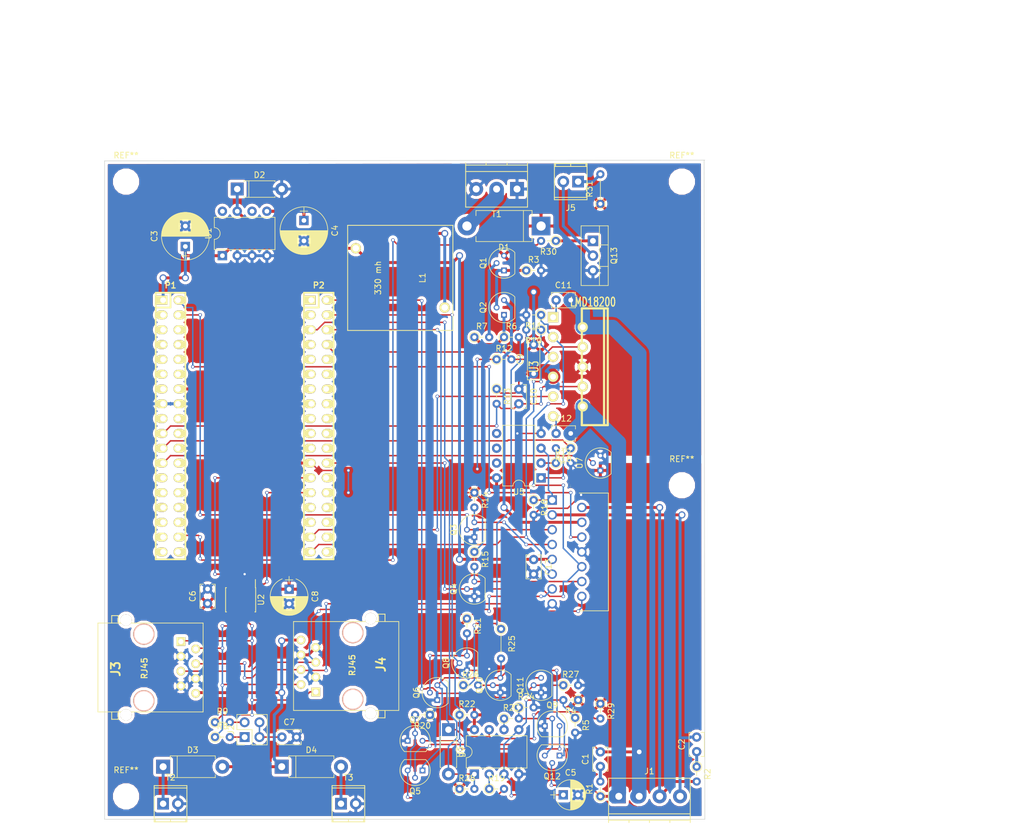
<source format=kicad_pcb>
(kicad_pcb (version 4) (host pcbnew 4.0.7+dfsg1-1ubuntu2)
  (layers (0 F.Cu signal) (31 B.Cu signal) (34 B.Paste user) (35 F.Paste user) (36 B.SilkS user) (37 F.SilkS user) (38 B.Mask user) (39 F.Mask user) (44 Edge.Cuts user))
  (net 0 "")
  (net 1 "Net-(C1-Pad1)")
  (net 2 /OPS_B)
  (net 3 "Net-(C2-Pad1)")
  (net 4 "/Prog and LCC Alt H/L Driver/1B")
  (net 5 +5V)
  (net 6 GND)
  (net 7 /DCC_VS)
  (net 8 /RAILCOM_VREF)
  (net 9 +3V3)
  (net 10 "Net-(C7-Pad1)")
  (net 11 /OPS-SENSE)
  (net 12 "Net-(C11-Pad1)")
  (net 13 /OPS_A)
  (net 14 "Net-(C12-Pad1)")
  (net 15 "Net-(D1-Pad2)")
  (net 16 "Net-(D2-Pad1)")
  (net 17 "Net-(D3-Pad1)")
  (net 18 "Net-(D3-Pad2)")
  (net 19 "Net-(D4-Pad2)")
  (net 20 /RAILCOM-DIR)
  (net 21 /RAILCOM-DATA)
  (net 22 "/Prog and LCC Alt H/L Driver/1A")
  (net 23 "Net-(J2-Pad1)")
  (net 24 "Net-(J2-Pad2)")
  (net 25 "Net-(J3-Pad1)")
  (net 26 "Net-(J3-Pad2)")
  (net 27 "/Prog and LCC Alt H/L Driver/2B")
  (net 28 "/Prog and LCC Alt H/L Driver/2A")
  (net 29 "Net-(J5-Pad2)")
  (net 30 "Net-(J5-Pad1)")
  (net 31 /PROG-ENABLE)
  (net 32 "Net-(P1-Pad3)")
  (net 33 /PROG-SIG)
  (net 34 "Net-(P1-Pad5)")
  (net 35 "Net-(P1-Pad6)")
  (net 36 "Net-(P1-Pad7)")
  (net 37 "Net-(P1-Pad8)")
  (net 38 "Net-(P1-Pad9)")
  (net 39 "Net-(P1-Pad10)")
  (net 40 "Net-(P1-Pad11)")
  (net 41 "Net-(P1-Pad12)")
  (net 42 "Net-(P1-Pad13)")
  (net 43 "Net-(P1-Pad17)")
  (net 44 "Net-(P1-Pad18)")
  (net 45 "Net-(P1-Pad20)")
  (net 46 /PROG-SENSE)
  (net 47 /TEMP-SENSE)
  (net 48 "Net-(P1-Pad24)")
  (net 49 "Net-(P1-Pad25)")
  (net 50 "Net-(P1-Pad26)")
  (net 51 "Net-(P1-Pad27)")
  (net 52 "Net-(P1-Pad28)")
  (net 53 "Net-(P1-Pad29)")
  (net 54 "Net-(P1-Pad30)")
  (net 55 "Net-(P1-Pad31)")
  (net 56 "Net-(P1-Pad32)")
  (net 57 "Net-(P1-Pad33)")
  (net 58 /FAN-CONTROL)
  (net 59 "Net-(P1-Pad35)")
  (net 60 "Net-(P1-Pad36)")
  (net 61 "Net-(P2-Pad1)")
  (net 62 /RAILCOM-ENABLE)
  (net 63 "Net-(P2-Pad3)")
  (net 64 /RAILCOM-SHORT)
  (net 65 "Net-(P2-Pad7)")
  (net 66 /OPS-BRAKE)
  (net 67 "Net-(P2-Pad9)")
  (net 68 "Net-(P2-Pad10)")
  (net 69 "Net-(P2-Pad11)")
  (net 70 "Net-(P2-Pad12)")
  (net 71 "Net-(P2-Pad13)")
  (net 72 "Net-(P2-Pad14)")
  (net 73 "Net-(P2-Pad16)")
  (net 74 "Net-(P2-Pad17)")
  (net 75 "Net-(P2-Pad18)")
  (net 76 "Net-(P2-Pad19)")
  (net 77 "Net-(P2-Pad20)")
  (net 78 "Net-(P2-Pad22)")
  (net 79 /OPS-SIG)
  (net 80 /CAN1_RX)
  (net 81 "Net-(P2-Pad26)")
  (net 82 /CAN1_TX)
  (net 83 "Net-(P2-Pad28)")
  (net 84 "Net-(P2-Pad29)")
  (net 85 "Net-(P2-Pad30)")
  (net 86 "Net-(P2-Pad31)")
  (net 87 "Net-(P2-Pad32)")
  (net 88 /OPS-THERM)
  (net 89 "Net-(P2-Pad34)")
  (net 90 /OPS-ENABLE)
  (net 91 "Net-(P2-Pad36)")
  (net 92 "Net-(Q1-Pad2)")
  (net 93 "Net-(Q1-Pad1)")
  (net 94 /PROG_DCC_VS)
  (net 95 "Net-(Q2-Pad1)")
  (net 96 "Net-(Q3-Pad3)")
  (net 97 "Net-(Q4-Pad3)")
  (net 98 "Net-(Q5-Pad3)")
  (net 99 "/Railcomm Interface/GATE-EN")
  (net 100 "Net-(Q6-Pad2)")
  (net 101 "Net-(Q10-Pad2)")
  (net 102 "Net-(Q12-Pad3)")
  (net 103 "Net-(Q13-Pad1)")
  (net 104 "Net-(R16-Pad1)")
  (net 105 "Net-(R17-Pad1)")
  (net 106 "Net-(D5-Pad1)")
  (net 107 "Net-(D6-Pad1)")
  (net 108 "Net-(U2-Pad5)")
  (net 109 "Net-(U2-Pad8)")
  (module pin_socket_18x2 (layer F.Cu) (at 128.27 102.87 270)
    (fp_text reference P1 (at -24.13 0 360) (layer F.SilkS) (effects (font (size 1.016 1.016) (thickness 0.2032))))
    (fp_text value POCKETBEAGLE-P1 hide)
    (pad 1 thru_hole rect (at -21.59 1.27 270) (size 1.524 1.99898) (drill 1.00076 (offset 0 0.24892)) (layers *.Cu *.Mask F.SilkS) (net 5 +5V))
    (pad 2 thru_hole oval (at -21.59 -1.27 270) (size 1.524 1.99898) (drill 1.00076 (offset 0 -0.24892)) (layers *.Cu *.Mask F.SilkS) (net 31 /PROG-ENABLE))
    (pad 3 thru_hole oval (at -19.05 1.27 270) (size 1.524 1.99898) (drill 1.00076 (offset 0 0.24892)) (layers *.Cu *.Mask F.SilkS) (net 32 "Net-(P1-Pad3)"))
    (pad 4 thru_hole oval (at -19.05 -1.27 270) (size 1.524 1.99898) (drill 1.00076 (offset 0 -0.24892)) (layers *.Cu *.Mask F.SilkS) (net 33 /PROG-SIG))
    (pad 5 thru_hole oval (at -16.51 1.27 270) (size 1.524 1.99898) (drill 1.00076 (offset 0 0.24892)) (layers *.Cu *.Mask F.SilkS) (net 34 "Net-(P1-Pad5)"))
    (pad 6 thru_hole oval (at -16.51 -1.27 270) (size 1.524 1.99898) (drill 1.00076 (offset 0 -0.24892)) (layers *.Cu *.Mask F.SilkS) (net 35 "Net-(P1-Pad6)"))
    (pad 7 thru_hole oval (at -13.97 1.27 270) (size 1.524 1.99898) (drill 1.00076 (offset 0 0.24892)) (layers *.Cu *.Mask F.SilkS) (net 36 "Net-(P1-Pad7)"))
    (pad 8 thru_hole oval (at -13.97 -1.27 270) (size 1.524 1.99898) (drill 1.00076 (offset 0 -0.24892)) (layers *.Cu *.Mask F.SilkS) (net 37 "Net-(P1-Pad8)"))
    (pad 9 thru_hole oval (at -11.43 1.27 270) (size 1.524 1.99898) (drill 1.00076 (offset 0 0.24892)) (layers *.Cu *.Mask F.SilkS) (net 38 "Net-(P1-Pad9)"))
    (pad 10 thru_hole oval (at -11.43 -1.27 270) (size 1.524 1.99898) (drill 1.00076 (offset 0 -0.24892)) (layers *.Cu *.Mask F.SilkS) (net 39 "Net-(P1-Pad10)"))
    (pad 11 thru_hole oval (at -8.89 1.27 270) (size 1.524 1.99898) (drill 1.00076 (offset 0 0.24892)) (layers *.Cu *.Mask F.SilkS) (net 40 "Net-(P1-Pad11)"))
    (pad 12 thru_hole oval (at -8.89 -1.27 270) (size 1.524 1.99898) (drill 1.00076 (offset 0 -0.24892)) (layers *.Cu *.Mask F.SilkS) (net 41 "Net-(P1-Pad12)"))
    (pad 13 thru_hole oval (at -6.35 1.27 270) (size 1.524 1.99898) (drill 1.00076 (offset 0 0.24892)) (layers *.Cu *.Mask F.SilkS) (net 42 "Net-(P1-Pad13)"))
    (pad 14 thru_hole oval (at -6.35 -1.27 270) (size 1.524 1.99898) (drill 1.00076 (offset 0 -0.24892)) (layers *.Cu *.Mask F.SilkS) (net 9 +3V3))
    (pad 15 thru_hole oval (at -3.81 1.27 270) (size 1.524 1.99898) (drill 1.00076 (offset 0 0.24892)) (layers *.Cu *.Mask F.SilkS) (net 6 GND))
    (pad 16 thru_hole oval (at -3.81 -1.27 270) (size 1.524 1.99898) (drill 1.00076 (offset 0 -0.24892)) (layers *.Cu *.Mask F.SilkS) (net 6 GND))
    (pad 17 thru_hole oval (at -1.27 1.27 270) (size 1.524 1.99898) (drill 1.00076 (offset 0 0.24892)) (layers *.Cu *.Mask F.SilkS) (net 43 "Net-(P1-Pad17)"))
    (pad 18 thru_hole oval (at -1.27 -1.27 270) (size 1.524 1.99898) (drill 1.00076 (offset 0 -0.24892)) (layers *.Cu *.Mask F.SilkS) (net 44 "Net-(P1-Pad18)"))
    (pad 19 thru_hole oval (at 1.27 1.27 270) (size 1.524 1.99898) (drill 1.00076 (offset 0 0.24892)) (layers *.Cu *.Mask F.SilkS) (net 11 /OPS-SENSE))
    (pad 20 thru_hole oval (at 1.27 -1.27 270) (size 1.524 1.99898) (drill 1.00076 (offset 0 -0.24892)) (layers *.Cu *.Mask F.SilkS) (net 45 "Net-(P1-Pad20)"))
    (pad 21 thru_hole oval (at 3.81 1.27 270) (size 1.524 1.99898) (drill 1.00076 (offset 0 0.24892)) (layers *.Cu *.Mask F.SilkS) (net 46 /PROG-SENSE))
    (pad 22 thru_hole oval (at 3.81 -1.27 270) (size 1.524 1.99898) (drill 1.00076 (offset 0 -0.24892)) (layers *.Cu *.Mask F.SilkS) (net 6 GND))
    (pad 23 thru_hole oval (at 6.35 1.27 270) (size 1.524 1.99898) (drill 1.00076 (offset 0 0.24892)) (layers *.Cu *.Mask F.SilkS) (net 47 /TEMP-SENSE))
    (pad 24 thru_hole oval (at 6.35 -1.27 270) (size 1.524 1.99898) (drill 1.00076 (offset 0 -0.24892)) (layers *.Cu *.Mask F.SilkS) (net 48 "Net-(P1-Pad24)"))
    (pad 25 thru_hole oval (at 8.89 1.27 270) (size 1.524 1.99898) (drill 1.00076 (offset 0 0.24892)) (layers *.Cu *.Mask F.SilkS) (net 49 "Net-(P1-Pad25)"))
    (pad 26 thru_hole oval (at 8.89 -1.27 270) (size 1.524 1.99898) (drill 1.00076 (offset 0 -0.24892)) (layers *.Cu *.Mask F.SilkS) (net 50 "Net-(P1-Pad26)"))
    (pad 27 thru_hole oval (at 11.43 1.27 270) (size 1.524 1.99898) (drill 1.00076 (offset 0 0.24892)) (layers *.Cu *.Mask F.SilkS) (net 51 "Net-(P1-Pad27)"))
    (pad 28 thru_hole oval (at 11.43 -1.27 270) (size 1.524 1.99898) (drill 1.00076 (offset 0 -0.24892)) (layers *.Cu *.Mask F.SilkS) (net 52 "Net-(P1-Pad28)"))
    (pad 29 thru_hole oval (at 13.97 1.27 270) (size 1.524 1.99898) (drill 1.00076 (offset 0 0.24892)) (layers *.Cu *.Mask F.SilkS) (net 53 "Net-(P1-Pad29)"))
    (pad 30 thru_hole oval (at 13.97 -1.27 270) (size 1.524 1.99898) (drill 1.00076 (offset 0 -0.24892)) (layers *.Cu *.Mask F.SilkS) (net 54 "Net-(P1-Pad30)"))
    (pad 31 thru_hole oval (at 16.51 1.27 270) (size 1.524 1.99898) (drill 1.00076 (offset 0 0.24892)) (layers *.Cu *.Mask F.SilkS) (net 55 "Net-(P1-Pad31)"))
    (pad 32 thru_hole oval (at 16.51 -1.27 270) (size 1.524 1.99898) (drill 1.00076 (offset 0 -0.24892)) (layers *.Cu *.Mask F.SilkS) (net 56 "Net-(P1-Pad32)"))
    (pad 33 thru_hole oval (at 19.05 1.27 270) (size 1.524 1.99898) (drill 1.00076 (offset 0 0.24892)) (layers *.Cu *.Mask F.SilkS) (net 57 "Net-(P1-Pad33)"))
    (pad 34 thru_hole oval (at 19.05 -1.27 270) (size 1.524 1.99898) (drill 1.00076 (offset 0 -0.24892)) (layers *.Cu *.Mask F.SilkS) (net 58 /FAN-CONTROL))
    (pad 35 thru_hole oval (at 21.59 1.27 270) (size 1.524 1.99898) (drill 1.00076 (offset 0 0.24892)) (layers *.Cu *.Mask F.SilkS) (net 59 "Net-(P1-Pad35)"))
    (pad 36 thru_hole oval (at 21.59 -1.27 270) (size 1.524 1.99898) (drill 1.00076 (offset 0 -0.24892)) (layers *.Cu *.Mask F.SilkS) (net 60 "Net-(P1-Pad36)"))
  )
  (module pin_socket_18x2 (layer F.Cu) (at 153.67 102.87 270)
    (fp_text reference P2 (at -24.13 0 360) (layer F.SilkS) (effects (font (size 1.016 1.016) (thickness 0.2032))))
    (fp_text value POCKETBEAGLE-P2 hide)
    (pad 1 thru_hole rect (at -21.59 1.27 270) (size 1.524 1.99898) (drill 1.00076 (offset 0 0.24892)) (layers *.Cu *.Mask F.SilkS) (net 61 "Net-(P2-Pad1)"))
    (pad 2 thru_hole oval (at -21.59 -1.27 270) (size 1.524 1.99898) (drill 1.00076 (offset 0 -0.24892)) (layers *.Cu *.Mask F.SilkS) (net 62 /RAILCOM-ENABLE))
    (pad 3 thru_hole oval (at -19.05 1.27 270) (size 1.524 1.99898) (drill 1.00076 (offset 0 0.24892)) (layers *.Cu *.Mask F.SilkS) (net 63 "Net-(P2-Pad3)"))
    (pad 4 thru_hole oval (at -19.05 -1.27 270) (size 1.524 1.99898) (drill 1.00076 (offset 0 -0.24892)) (layers *.Cu *.Mask F.SilkS) (net 64 /RAILCOM-SHORT))
    (pad 5 thru_hole oval (at -16.51 1.27 270) (size 1.524 1.99898) (drill 1.00076 (offset 0 0.24892)) (layers *.Cu *.Mask F.SilkS) (net 21 /RAILCOM-DATA))
    (pad 6 thru_hole oval (at -16.51 -1.27 270) (size 1.524 1.99898) (drill 1.00076 (offset 0 -0.24892)) (layers *.Cu *.Mask F.SilkS) (net 20 /RAILCOM-DIR))
    (pad 7 thru_hole oval (at -13.97 1.27 270) (size 1.524 1.99898) (drill 1.00076 (offset 0 0.24892)) (layers *.Cu *.Mask F.SilkS) (net 65 "Net-(P2-Pad7)"))
    (pad 8 thru_hole oval (at -13.97 -1.27 270) (size 1.524 1.99898) (drill 1.00076 (offset 0 -0.24892)) (layers *.Cu *.Mask F.SilkS) (net 66 /OPS-BRAKE))
    (pad 9 thru_hole oval (at -11.43 1.27 270) (size 1.524 1.99898) (drill 1.00076 (offset 0 0.24892)) (layers *.Cu *.Mask F.SilkS) (net 67 "Net-(P2-Pad9)"))
    (pad 10 thru_hole oval (at -11.43 -1.27 270) (size 1.524 1.99898) (drill 1.00076 (offset 0 -0.24892)) (layers *.Cu *.Mask F.SilkS) (net 68 "Net-(P2-Pad10)"))
    (pad 11 thru_hole oval (at -8.89 1.27 270) (size 1.524 1.99898) (drill 1.00076 (offset 0 0.24892)) (layers *.Cu *.Mask F.SilkS) (net 69 "Net-(P2-Pad11)"))
    (pad 12 thru_hole oval (at -8.89 -1.27 270) (size 1.524 1.99898) (drill 1.00076 (offset 0 -0.24892)) (layers *.Cu *.Mask F.SilkS) (net 70 "Net-(P2-Pad12)"))
    (pad 13 thru_hole oval (at -6.35 1.27 270) (size 1.524 1.99898) (drill 1.00076 (offset 0 0.24892)) (layers *.Cu *.Mask F.SilkS) (net 71 "Net-(P2-Pad13)"))
    (pad 14 thru_hole oval (at -6.35 -1.27 270) (size 1.524 1.99898) (drill 1.00076 (offset 0 -0.24892)) (layers *.Cu *.Mask F.SilkS) (net 72 "Net-(P2-Pad14)"))
    (pad 15 thru_hole oval (at -3.81 1.27 270) (size 1.524 1.99898) (drill 1.00076 (offset 0 0.24892)) (layers *.Cu *.Mask F.SilkS) (net 6 GND))
    (pad 16 thru_hole oval (at -3.81 -1.27 270) (size 1.524 1.99898) (drill 1.00076 (offset 0 -0.24892)) (layers *.Cu *.Mask F.SilkS) (net 73 "Net-(P2-Pad16)"))
    (pad 17 thru_hole oval (at -1.27 1.27 270) (size 1.524 1.99898) (drill 1.00076 (offset 0 0.24892)) (layers *.Cu *.Mask F.SilkS) (net 74 "Net-(P2-Pad17)"))
    (pad 18 thru_hole oval (at -1.27 -1.27 270) (size 1.524 1.99898) (drill 1.00076 (offset 0 -0.24892)) (layers *.Cu *.Mask F.SilkS) (net 75 "Net-(P2-Pad18)"))
    (pad 19 thru_hole oval (at 1.27 1.27 270) (size 1.524 1.99898) (drill 1.00076 (offset 0 0.24892)) (layers *.Cu *.Mask F.SilkS) (net 76 "Net-(P2-Pad19)"))
    (pad 20 thru_hole oval (at 1.27 -1.27 270) (size 1.524 1.99898) (drill 1.00076 (offset 0 -0.24892)) (layers *.Cu *.Mask F.SilkS) (net 77 "Net-(P2-Pad20)"))
    (pad 21 thru_hole oval (at 3.81 1.27 270) (size 1.524 1.99898) (drill 1.00076 (offset 0 0.24892)) (layers *.Cu *.Mask F.SilkS) (net 6 GND))
    (pad 22 thru_hole oval (at 3.81 -1.27 270) (size 1.524 1.99898) (drill 1.00076 (offset 0 -0.24892)) (layers *.Cu *.Mask F.SilkS) (net 78 "Net-(P2-Pad22)"))
    (pad 23 thru_hole oval (at 6.35 1.27 270) (size 1.524 1.99898) (drill 1.00076 (offset 0 0.24892)) (layers *.Cu *.Mask F.SilkS) (net 9 +3V3))
    (pad 24 thru_hole oval (at 6.35 -1.27 270) (size 1.524 1.99898) (drill 1.00076 (offset 0 -0.24892)) (layers *.Cu *.Mask F.SilkS) (net 79 /OPS-SIG))
    (pad 25 thru_hole oval (at 8.89 1.27 270) (size 1.524 1.99898) (drill 1.00076 (offset 0 0.24892)) (layers *.Cu *.Mask F.SilkS) (net 80 /CAN1_RX))
    (pad 26 thru_hole oval (at 8.89 -1.27 270) (size 1.524 1.99898) (drill 1.00076 (offset 0 -0.24892)) (layers *.Cu *.Mask F.SilkS) (net 81 "Net-(P2-Pad26)"))
    (pad 27 thru_hole oval (at 11.43 1.27 270) (size 1.524 1.99898) (drill 1.00076 (offset 0 0.24892)) (layers *.Cu *.Mask F.SilkS) (net 82 /CAN1_TX))
    (pad 28 thru_hole oval (at 11.43 -1.27 270) (size 1.524 1.99898) (drill 1.00076 (offset 0 -0.24892)) (layers *.Cu *.Mask F.SilkS) (net 83 "Net-(P2-Pad28)"))
    (pad 29 thru_hole oval (at 13.97 1.27 270) (size 1.524 1.99898) (drill 1.00076 (offset 0 0.24892)) (layers *.Cu *.Mask F.SilkS) (net 84 "Net-(P2-Pad29)"))
    (pad 30 thru_hole oval (at 13.97 -1.27 270) (size 1.524 1.99898) (drill 1.00076 (offset 0 -0.24892)) (layers *.Cu *.Mask F.SilkS) (net 85 "Net-(P2-Pad30)"))
    (pad 31 thru_hole oval (at 16.51 1.27 270) (size 1.524 1.99898) (drill 1.00076 (offset 0 0.24892)) (layers *.Cu *.Mask F.SilkS) (net 86 "Net-(P2-Pad31)"))
    (pad 32 thru_hole oval (at 16.51 -1.27 270) (size 1.524 1.99898) (drill 1.00076 (offset 0 -0.24892)) (layers *.Cu *.Mask F.SilkS) (net 87 "Net-(P2-Pad32)"))
    (pad 33 thru_hole oval (at 19.05 1.27 270) (size 1.524 1.99898) (drill 1.00076 (offset 0 0.24892)) (layers *.Cu *.Mask F.SilkS) (net 88 /OPS-THERM))
    (pad 34 thru_hole oval (at 19.05 -1.27 270) (size 1.524 1.99898) (drill 1.00076 (offset 0 -0.24892)) (layers *.Cu *.Mask F.SilkS) (net 89 "Net-(P2-Pad34)"))
    (pad 35 thru_hole oval (at 21.59 1.27 270) (size 1.524 1.99898) (drill 1.00076 (offset 0 0.24892)) (layers *.Cu *.Mask F.SilkS) (net 90 /OPS-ENABLE))
    (pad 36 thru_hole oval (at 21.59 -1.27 270) (size 1.524 1.99898) (drill 1.00076 (offset 0 -0.24892)) (layers *.Cu *.Mask F.SilkS) (net 91 "Net-(P2-Pad36)"))
  )
  (module Capacitors_THT:C_Rect_L4.0mm_W2.5mm_P2.50mm (layer F.Cu) (at 201.93 161.25 90)
    (fp_text reference C1 (at 1.25 -2.56 90) (layer F.SilkS))
    (fp_text value "10 nf")
    (pad 1 thru_hole circle (at 0 0 90) (size 1.6 1.6) (drill 0.8) (layers *.Cu *.Mask) (net 1 "Net-(C1-Pad1)"))
    (pad 2 thru_hole circle (at 2.5 0 90) (size 1.6 1.6) (drill 0.8) (layers *.Cu *.Mask) (net 13 /OPS_A))
  )
  (module Capacitors_THT:C_Rect_L4.0mm_W2.5mm_P2.50mm (layer F.Cu) (at 218.44 158.71 90)
    (fp_text reference C2 (at 1.25 -2.56 90) (layer F.SilkS))
    (fp_text value "10 nf")
    (pad 1 thru_hole circle (at 0 0 90) (size 1.6 1.6) (drill 0.8) (layers *.Cu *.Mask) (net 3 "Net-(C2-Pad1)"))
    (pad 2 thru_hole circle (at 2.5 0 90) (size 1.6 1.6) (drill 0.8) (layers *.Cu *.Mask) (net 4 "/Prog and LCC Alt H/L Driver/1B"))
  )
  (module Capacitors_THT:CP_Radial_D8.0mm_P3.50mm (layer F.Cu) (at 130.81 72.08 90)
    (fp_text reference C3 (at 1.75 -5.31 90) (layer F.SilkS))
    (fp_text value "220 uf 25V")
    (pad 1 thru_hole rect (at 0 0 90) (size 1.6 1.6) (drill 0.8) (layers *.Cu *.Mask) (net 5 +5V))
    (pad 2 thru_hole circle (at 3.5 0 90) (size 1.6 1.6) (drill 0.8) (layers *.Cu *.Mask) (net 6 GND))
  )
  (module Capacitors_THT:CP_Radial_D8.0mm_P3.50mm (layer F.Cu) (at 151.13 67.62 270)
    (fp_text reference C4 (at 1.75 -5.31 270) (layer F.SilkS))
    (fp_text value "22 uf 100V")
    (pad 1 thru_hole rect (at 0 0 270) (size 1.6 1.6) (drill 0.8) (layers *.Cu *.Mask) (net 7 /DCC_VS))
    (pad 2 thru_hole circle (at 3.5 0 270) (size 1.6 1.6) (drill 0.8) (layers *.Cu *.Mask) (net 6 GND))
  )
  (module Capacitors_THT:CP_Radial_D5.0mm_P2.50mm (layer F.Cu) (at 195.58 166.116)
    (fp_text reference C5 (at 1.25 -3.81) (layer F.SilkS))
    (fp_text value "1 uf")
    (pad 1 thru_hole rect (at 0 0) (size 1.6 1.6) (drill 0.8) (layers *.Cu *.Mask) (net 8 /RAILCOM_VREF))
    (pad 2 thru_hole circle (at 2.5 0) (size 1.6 1.6) (drill 0.8) (layers *.Cu *.Mask) (net 6 GND))
  )
  (module Capacitors_THT:C_Rect_L4.0mm_W2.5mm_P2.50mm (layer F.Cu) (at 134.62 133.31 90)
    (fp_text reference C6 (at 1.25 -2.56 90) (layer F.SilkS))
    (fp_text value ".1 uf")
    (pad 1 thru_hole circle (at 0 0 90) (size 1.6 1.6) (drill 0.8) (layers *.Cu *.Mask) (net 9 +3V3))
    (pad 2 thru_hole circle (at 2.5 0 90) (size 1.6 1.6) (drill 0.8) (layers *.Cu *.Mask) (net 6 GND))
  )
  (module Capacitors_THT:C_Rect_L4.0mm_W2.5mm_P2.50mm (layer F.Cu) (at 147.36 156.21)
    (fp_text reference C7 (at 1.25 -2.56) (layer F.SilkS))
    (fp_text value "47 nf")
    (pad 1 thru_hole circle (at 0 0) (size 1.6 1.6) (drill 0.8) (layers *.Cu *.Mask) (net 10 "Net-(C7-Pad1)"))
    (pad 2 thru_hole circle (at 2.5 0) (size 1.6 1.6) (drill 0.8) (layers *.Cu *.Mask) (net 6 GND))
  )
  (module Capacitors_THT:CP_Radial_D6.3mm_P2.50mm (layer F.Cu) (at 148.59 130.85 270)
    (fp_text reference C8 (at 1.25 -4.46 270) (layer F.SilkS))
    (fp_text value "15 uf 15V")
    (pad 1 thru_hole rect (at 0 0 270) (size 1.6 1.6) (drill 0.8) (layers *.Cu *.Mask) (net 9 +3V3))
    (pad 2 thru_hole circle (at 2.5 0 270) (size 1.6 1.6) (drill 0.8) (layers *.Cu *.Mask) (net 6 GND))
  )
  (module Capacitors_THT:C_Rect_L7.0mm_W2.0mm_P5.00mm (layer F.Cu) (at 190.5 93.9 90)
    (fp_text reference C9 (at 2.5 -2.31 90) (layer F.SilkS))
    (fp_text value "1 uf")
    (pad 1 thru_hole circle (at 0 0 90) (size 1.6 1.6) (drill 0.8) (layers *.Cu *.Mask) (net 6 GND))
    (pad 2 thru_hole circle (at 5 0 90) (size 1.6 1.6) (drill 0.8) (layers *.Cu *.Mask) (net 7 /DCC_VS))
  )
  (module Capacitors_THT:C_Rect_L4.0mm_W2.5mm_P2.50mm (layer F.Cu) (at 187.96 96.56 270)
    (fp_text reference C10 (at 1.25 -2.56 270) (layer F.SilkS))
    (fp_text value "100 nf")
    (pad 1 thru_hole circle (at 0 0 270) (size 1.6 1.6) (drill 0.8) (layers *.Cu *.Mask) (net 6 GND))
    (pad 2 thru_hole circle (at 2.5 0 270) (size 1.6 1.6) (drill 0.8) (layers *.Cu *.Mask) (net 11 /OPS-SENSE))
  )
  (module Capacitors_THT:C_Rect_L4.0mm_W2.5mm_P2.50mm (layer F.Cu) (at 194.35 81.28)
    (fp_text reference C11 (at 1.25 -2.56) (layer F.SilkS))
    (fp_text value "10 nf")
    (pad 1 thru_hole circle (at 0 0) (size 1.6 1.6) (drill 0.8) (layers *.Cu *.Mask) (net 12 "Net-(C11-Pad1)"))
    (pad 2 thru_hole circle (at 2.5 0) (size 1.6 1.6) (drill 0.8) (layers *.Cu *.Mask) (net 13 /OPS_A))
  )
  (module Capacitors_THT:C_Rect_L4.0mm_W2.5mm_P2.50mm (layer F.Cu) (at 194.35 104.14)
    (fp_text reference C12 (at 1.25 -2.56) (layer F.SilkS))
    (fp_text value "10 nf")
    (pad 1 thru_hole circle (at 0 0) (size 1.6 1.6) (drill 0.8) (layers *.Cu *.Mask) (net 14 "Net-(C12-Pad1)"))
    (pad 2 thru_hole circle (at 2.5 0) (size 1.6 1.6) (drill 0.8) (layers *.Cu *.Mask) (net 2 /OPS_B))
  )
  (module Capacitors_THT:C_Rect_L4.0mm_W2.5mm_P2.50mm (layer F.Cu) (at 190.5 125.77 270)
    (fp_text reference C13 (at 1.25 -2.56 270) (layer F.SilkS))
    (fp_text value "100 nf")
    (pad 1 thru_hole circle (at 0 0 270) (size 1.6 1.6) (drill 0.8) (layers *.Cu *.Mask) (net 5 +5V))
    (pad 2 thru_hole circle (at 2.5 0 270) (size 1.6 1.6) (drill 0.8) (layers *.Cu *.Mask) (net 6 GND))
  )
  (module Diodes_THT:D_DO-201AD_P12.70mm_Horizontal (layer F.Cu) (at 191.77 68.58 180)
    (fp_text reference D1 (at 6.35 -3.66 180) (layer F.SilkS))
    (fp_text value SB530)
    (pad 1 thru_hole rect (at 0 0 180) (size 3.2 3.2) (drill 1.6) (layers *.Cu *.Mask) (net 7 /DCC_VS))
    (pad 2 thru_hole oval (at 12.7 0 180) (size 3.2 3.2) (drill 1.6) (layers *.Cu *.Mask) (net 15 "Net-(D1-Pad2)"))
  )
  (module Diodes_THT:D_DO-41_SOD81_P7.62mm_Horizontal (layer F.Cu) (at 139.7 62.23)
    (fp_text reference D2 (at 3.81 -2.41) (layer F.SilkS))
    (fp_text value SB160)
    (pad 1 thru_hole rect (at 0 0) (size 2.2 2.2) (drill 1.1) (layers *.Cu *.Mask) (net 16 "Net-(D2-Pad1)"))
    (pad 2 thru_hole oval (at 7.62 0) (size 2.2 2.2) (drill 1.1) (layers *.Cu *.Mask) (net 6 GND))
  )
  (module Diodes_THT:D_DO-15_P10.16mm_Horizontal (layer F.Cu) (at 127 161.29)
    (fp_text reference D3 (at 5.08 -2.86) (layer F.SilkS))
    (fp_text value SB240)
    (pad 1 thru_hole rect (at 0 0) (size 2.4 2.4) (drill 1.2) (layers *.Cu *.Mask) (net 17 "Net-(D3-Pad1)"))
    (pad 2 thru_hole oval (at 10.16 0) (size 2.4 2.4) (drill 1.2) (layers *.Cu *.Mask) (net 18 "Net-(D3-Pad2)"))
  )
  (module Diodes_THT:D_DO-15_P10.16mm_Horizontal (layer F.Cu) (at 147.32 161.29)
    (fp_text reference D4 (at 5.08 -2.86) (layer F.SilkS))
    (fp_text value SB240)
    (pad 1 thru_hole rect (at 0 0) (size 2.4 2.4) (drill 1.2) (layers *.Cu *.Mask) (net 18 "Net-(D3-Pad2)"))
    (pad 2 thru_hole oval (at 10.16 0) (size 2.4 2.4) (drill 1.2) (layers *.Cu *.Mask) (net 19 "Net-(D4-Pad2)"))
  )
  (module Diodes_THT:D_DO-41_SOD81_P7.62mm_Horizontal (layer F.Cu) (at 175.895 154.94 270)
    (fp_text reference D7 (at 3.81 -2.41 270) (layer F.SilkS))
    (fp_text value 1N581)
    (pad 1 thru_hole rect (at 0 0 270) (size 2.2 2.2) (drill 1.1) (layers *.Cu *.Mask) (net 20 /RAILCOM-DIR))
    (pad 2 thru_hole oval (at 7.62 0 270) (size 2.2 2.2) (drill 1.1) (layers *.Cu *.Mask) (net 21 /RAILCOM-DATA))
  )
  (module Connectors_Terminal_Blocks:TerminalBlock_Pheonix_PT-3.5mm_4pol (layer F.Cu) (at 205.09 166.37)
    (fp_text reference J1 (at 5.25 -4.3) (layer F.SilkS))
    (fp_text value "DCC Output to Tracks")
    (pad 3 thru_hole circle (at 7 0) (size 2.4 2.4) (drill 1.2) (layers *.Cu *.Mask) (net 22 "/Prog and LCC Alt H/L Driver/1A"))
    (pad 4 thru_hole circle (at 10.5 0) (size 2.4 2.4) (drill 1.2) (layers *.Cu *.Mask) (net 4 "/Prog and LCC Alt H/L Driver/1B"))
    (pad 2 thru_hole circle (at 3.5 0) (size 2.4 2.4) (drill 1.2) (layers *.Cu *.Mask) (net 13 /OPS_A))
    (pad 1 thru_hole rect (at 0 0) (size 2.4 2.4) (drill 1.2) (layers *.Cu *.Mask) (net 2 /OPS_B))
  )
  (module Pin_Headers:Pin_Header_Straight_2x02_Pitch2.54mm (layer F.Cu) (at 140.97 156.21 90)
    (fp_text reference J2 (at 1.27 -2.33 90) (layer F.SilkS))
    (fp_text value Termination)
    (pad 1 thru_hole rect (at 0 0 90) (size 1.7 1.7) (drill 1) (layers *.Cu *.Mask) (net 23 "Net-(J2-Pad1)"))
    (pad 2 thru_hole oval (at 2.54 0 90) (size 1.7 1.7) (drill 1) (layers *.Cu *.Mask) (net 24 "Net-(J2-Pad2)"))
    (pad 3 thru_hole oval (at 0 2.54 90) (size 1.7 1.7) (drill 1) (layers *.Cu *.Mask) (net 10 "Net-(C7-Pad1)"))
    (pad 4 thru_hole oval (at 2.54 2.54 90) (size 1.7 1.7) (drill 1) (layers *.Cu *.Mask) (net 10 "Net-(C7-Pad1)"))
  )
  (module RJ45-8N-S:RJ45_8N-S (layer F.Cu) (at 123.698 144.272 270)
    (fp_text reference J3 (at 0.254 4.826 270) (layer F.SilkS) (effects (font (thickness 0.3048))))
    (fp_text value RJ45 (at 0.14224 -0.1016 270) (layer F.SilkS) (effects (font (size 1.00076 1.00076) (thickness 0.2032))))
    (pad "" np_thru_hole circle (at 5.715 0 270) (size 3.64998 3.64998) (drill 3.2512) (layers *.Cu *.SilkS *.Mask))
    (pad "" np_thru_hole circle (at -5.715 0 270) (size 3.64998 3.64998) (drill 3.2512) (layers *.Cu *.SilkS *.Mask))
    (pad 1 thru_hole rect (at -4.445 -6.35 270) (size 1.50114 1.50114) (drill 0.89916) (layers *.Cu *.Mask F.SilkS) (net 25 "Net-(J3-Pad1)"))
    (pad 2 thru_hole circle (at -3.175 -8.89 270) (size 1.50114 1.50114) (drill 0.89916) (layers *.Cu *.Mask F.SilkS) (net 26 "Net-(J3-Pad2)"))
    (pad 3 thru_hole circle (at -1.905 -6.35 270) (size 1.50114 1.50114) (drill 0.89916) (layers *.Cu *.Mask F.SilkS) (net 6 GND))
    (pad 4 thru_hole circle (at -0.635 -8.89 270) (size 1.50114 1.50114) (drill 0.89916) (layers *.Cu *.Mask F.SilkS) (net 27 "/Prog and LCC Alt H/L Driver/2B"))
    (pad 5 thru_hole circle (at 0.635 -6.35 270) (size 1.50114 1.50114) (drill 0.89916) (layers *.Cu *.Mask F.SilkS) (net 28 "/Prog and LCC Alt H/L Driver/2A"))
    (pad 6 thru_hole circle (at 1.905 -8.89 270) (size 1.50114 1.50114) (drill 0.89916) (layers *.Cu *.Mask F.SilkS) (net 6 GND))
    (pad 7 thru_hole circle (at 3.175 -6.35 270) (size 1.50114 1.50114) (drill 0.89916) (layers *.Cu *.Mask F.SilkS) (net 6 GND))
    (pad 8 thru_hole circle (at 4.445 -8.89 270) (size 1.50114 1.50114) (drill 0.89916) (layers *.Cu *.Mask F.SilkS) (net 18 "Net-(D3-Pad2)"))
    (pad "" thru_hole circle (at -8.128 3.048 270) (size 1.9304 1.9304) (drill 1.9304) (layers *.Cu *.Mask F.SilkS))
    (pad "" thru_hole circle (at 8.128 3.048 270) (size 1.9304 1.9304) (drill 1.9304) (layers *.Cu *.Mask F.SilkS))
  )
  (module RJ45-8N-S:RJ45_8N-S (layer F.Cu) (at 159.512 144.018 90)
    (fp_text reference J4 (at 0.254 4.826 90) (layer F.SilkS) (effects (font (thickness 0.3048))))
    (fp_text value RJ45 (at 0.14224 -0.1016 90) (layer F.SilkS) (effects (font (size 1.00076 1.00076) (thickness 0.2032))))
    (pad "" np_thru_hole circle (at 5.715 0 90) (size 3.64998 3.64998) (drill 3.2512) (layers *.Cu *.SilkS *.Mask))
    (pad "" np_thru_hole circle (at -5.715 0 90) (size 3.64998 3.64998) (drill 3.2512) (layers *.Cu *.SilkS *.Mask))
    (pad 1 thru_hole rect (at -4.445 -6.35 90) (size 1.50114 1.50114) (drill 0.89916) (layers *.Cu *.Mask F.SilkS) (net 25 "Net-(J3-Pad1)"))
    (pad 2 thru_hole circle (at -3.175 -8.89 90) (size 1.50114 1.50114) (drill 0.89916) (layers *.Cu *.Mask F.SilkS) (net 26 "Net-(J3-Pad2)"))
    (pad 3 thru_hole circle (at -1.905 -6.35 90) (size 1.50114 1.50114) (drill 0.89916) (layers *.Cu *.Mask F.SilkS) (net 6 GND))
    (pad 4 thru_hole circle (at -0.635 -8.89 90) (size 1.50114 1.50114) (drill 0.89916) (layers *.Cu *.Mask F.SilkS) (net 27 "/Prog and LCC Alt H/L Driver/2B"))
    (pad 5 thru_hole circle (at 0.635 -6.35 90) (size 1.50114 1.50114) (drill 0.89916) (layers *.Cu *.Mask F.SilkS) (net 28 "/Prog and LCC Alt H/L Driver/2A"))
    (pad 6 thru_hole circle (at 1.905 -8.89 90) (size 1.50114 1.50114) (drill 0.89916) (layers *.Cu *.Mask F.SilkS) (net 6 GND))
    (pad 7 thru_hole circle (at 3.175 -6.35 90) (size 1.50114 1.50114) (drill 0.89916) (layers *.Cu *.Mask F.SilkS) (net 6 GND))
    (pad 8 thru_hole circle (at 4.445 -8.89 90) (size 1.50114 1.50114) (drill 0.89916) (layers *.Cu *.Mask F.SilkS) (net 18 "Net-(D3-Pad2)"))
    (pad "" thru_hole circle (at -8.128 3.048 90) (size 1.9304 1.9304) (drill 1.9304) (layers *.Cu *.Mask F.SilkS))
    (pad "" thru_hole circle (at 8.128 3.048 90) (size 1.9304 1.9304) (drill 1.9304) (layers *.Cu *.Mask F.SilkS))
  )
  (module Connectors_Terminal_Blocks:TerminalBlock_Pheonix_MPT-2.54mm_2pol (layer F.Cu) (at 198.12 60.96 180)
    (fp_text reference J5 (at 1.27 -4.50088 180) (layer F.SilkS))
    (fp_text value Fan)
    (pad 2 thru_hole oval (at 2.54 0 180) (size 1.99898 1.99898) (drill 1.09728) (layers *.Cu *.Mask) (net 29 "Net-(J5-Pad2)"))
    (pad 1 thru_hole rect (at 0 0 180) (size 1.99898 1.99898) (drill 1.09728) (layers *.Cu *.Mask) (net 30 "Net-(J5-Pad1)"))
  )
  (module PELowProfile:PE-LowProfile (layer F.Cu) (at 167.64 77.47 270)
    (fp_text reference L1 (at 0 -3.81 270) (layer F.SilkS))
    (fp_text value "330 mh" (at 0 3.81 270) (layer F.SilkS))
    (pad 1 thru_hole circle (at 5.08 -7.62 270) (size 1.78 1.78) (drill 1.14) (layers *.Cu *.Mask F.SilkS) (net 16 "Net-(D2-Pad1)"))
    (pad 2 thru_hole circle (at -5.08 7.62 270) (size 1.78 1.78) (drill 1.14) (layers *.Cu *.Mask F.SilkS) (net 5 +5V))
  )
  (module TO_SOT_Packages_THT:TO-92_Molded_Narrow (layer F.Cu) (at 185.42 76.2 90)
    (fp_text reference Q1 (at 1.27 -3.56 90) (layer F.SilkS))
    (fp_text value 2N3906)
    (pad 2 thru_hole circle (at 1.27 -1.27 180) (size 1 1) (drill 0.6) (layers *.Cu *.Mask) (net 92 "Net-(Q1-Pad2)"))
    (pad 3 thru_hole circle (at 2.54 0 180) (size 1 1) (drill 0.6) (layers *.Cu *.Mask) (net 7 /DCC_VS))
    (pad 1 thru_hole rect (at 0 0 180) (size 1 1) (drill 0.6) (layers *.Cu *.Mask) (net 93 "Net-(Q1-Pad1)"))
  )
  (module TO_SOT_Packages_THT:TO-92_Molded_Narrow (layer F.Cu) (at 185.42 83.82 90)
    (fp_text reference Q2 (at 1.27 -3.56 90) (layer F.SilkS))
    (fp_text value TP0606)
    (pad 2 thru_hole circle (at 1.27 -1.27 180) (size 1 1) (drill 0.6) (layers *.Cu *.Mask) (net 93 "Net-(Q1-Pad1)"))
    (pad 3 thru_hole circle (at 2.54 0 180) (size 1 1) (drill 0.6) (layers *.Cu *.Mask) (net 94 /PROG_DCC_VS))
    (pad 1 thru_hole rect (at 0 0 180) (size 1 1) (drill 0.6) (layers *.Cu *.Mask) (net 95 "Net-(Q2-Pad1)"))
  )
  (module TO_SOT_Packages_THT:TO-92_Molded_Narrow (layer F.Cu) (at 180.34 121.92 90)
    (fp_text reference Q3 (at 1.27 -3.56 90) (layer F.SilkS))
    (fp_text value 2N3904)
    (pad 2 thru_hole circle (at 1.27 -1.27 180) (size 1 1) (drill 0.6) (layers *.Cu *.Mask) (net 33 /PROG-SIG))
    (pad 3 thru_hole circle (at 2.54 0 180) (size 1 1) (drill 0.6) (layers *.Cu *.Mask) (net 96 "Net-(Q3-Pad3)"))
    (pad 1 thru_hole rect (at 0 0 180) (size 1 1) (drill 0.6) (layers *.Cu *.Mask) (net 6 GND))
  )
  (module TO_SOT_Packages_THT:TO-92_Molded_Narrow (layer F.Cu) (at 180.34 132.08 90)
    (fp_text reference Q4 (at 1.27 -3.56 90) (layer F.SilkS))
    (fp_text value 2N3904)
    (pad 2 thru_hole circle (at 1.27 -1.27 180) (size 1 1) (drill 0.6) (layers *.Cu *.Mask) (net 79 /OPS-SIG))
    (pad 3 thru_hole circle (at 2.54 0 180) (size 1 1) (drill 0.6) (layers *.Cu *.Mask) (net 97 "Net-(Q4-Pad3)"))
    (pad 1 thru_hole rect (at 0 0 180) (size 1 1) (drill 0.6) (layers *.Cu *.Mask) (net 6 GND))
  )
  (module TO_SOT_Packages_THT:TO-92_Molded_Narrow (layer F.Cu) (at 171.45 161.925 180)
    (fp_text reference Q5 (at 1.27 -3.56 180) (layer F.SilkS))
    (fp_text value STD12NF06)
    (pad 2 thru_hole circle (at 1.27 -1.27 270) (size 1 1) (drill 0.6) (layers *.Cu *.Mask) (net 13 /OPS_A))
    (pad 3 thru_hole circle (at 2.54 0 270) (size 1 1) (drill 0.6) (layers *.Cu *.Mask) (net 98 "Net-(Q5-Pad3)"))
    (pad 1 thru_hole rect (at 0 0 270) (size 1 1) (drill 0.6) (layers *.Cu *.Mask) (net 99 "/Railcomm Interface/GATE-EN"))
  )
  (module TO_SOT_Packages_THT:TO-92_Molded_Narrow (layer F.Cu) (at 173.99 149.86 90)
    (fp_text reference Q6 (at 1.27 -3.56 90) (layer F.SilkS))
    (fp_text value 2N7000)
    (pad 2 thru_hole circle (at 1.27 -1.27 180) (size 1 1) (drill 0.6) (layers *.Cu *.Mask) (net 100 "Net-(Q6-Pad2)"))
    (pad 3 thru_hole circle (at 2.54 0 180) (size 1 1) (drill 0.6) (layers *.Cu *.Mask) (net 99 "/Railcomm Interface/GATE-EN"))
    (pad 1 thru_hole rect (at 0 0 180) (size 1 1) (drill 0.6) (layers *.Cu *.Mask) (net 6 GND))
  )
  (module TO_SOT_Packages_THT:TO-92_Molded_Narrow (layer F.Cu) (at 168.91 156.845)
    (fp_text reference Q7 (at 1.27 -3.56) (layer F.SilkS))
    (fp_text value DTC143E)
    (pad 2 thru_hole circle (at 1.27 -1.27 90) (size 1 1) (drill 0.6) (layers *.Cu *.Mask) (net 98 "Net-(Q5-Pad3)"))
    (pad 3 thru_hole circle (at 2.54 0 90) (size 1 1) (drill 0.6) (layers *.Cu *.Mask) (net 64 /RAILCOM-SHORT))
    (pad 1 thru_hole rect (at 0 0 90) (size 1 1) (drill 0.6) (layers *.Cu *.Mask) (net 6 GND))
  )
  (module TO_SOT_Packages_THT:TO-92_Molded_Narrow (layer F.Cu) (at 179.07 144.78 90)
    (fp_text reference Q8 (at 1.27 -3.56 90) (layer F.SilkS))
    (fp_text value 2N7000)
    (pad 2 thru_hole circle (at 1.27 -1.27 180) (size 1 1) (drill 0.6) (layers *.Cu *.Mask) (net 64 /RAILCOM-SHORT))
    (pad 3 thru_hole circle (at 2.54 0 180) (size 1 1) (drill 0.6) (layers *.Cu *.Mask) (net 100 "Net-(Q6-Pad2)"))
    (pad 1 thru_hole rect (at 0 0 180) (size 1 1) (drill 0.6) (layers *.Cu *.Mask) (net 6 GND))
  )
  (module TO_SOT_Packages_THT:TO-92_Molded_Narrow (layer F.Cu) (at 192.405 154.305)
    (fp_text reference Q9 (at 1.27 -3.56) (layer F.SilkS))
    (fp_text value DTC143E)
    (pad 2 thru_hole circle (at 1.27 -1.27 90) (size 1 1) (drill 0.6) (layers *.Cu *.Mask) (net 102 "Net-(Q12-Pad3)"))
    (pad 3 thru_hole circle (at 2.54 0 90) (size 1 1) (drill 0.6) (layers *.Cu *.Mask) (net 64 /RAILCOM-SHORT))
    (pad 1 thru_hole rect (at 0 0 90) (size 1 1) (drill 0.6) (layers *.Cu *.Mask) (net 6 GND))
  )
  (module TO_SOT_Packages_THT:TO-92_Molded_Narrow (layer F.Cu) (at 184.785 148.59 90)
    (fp_text reference Q10 (at 1.27 -3.56 90) (layer F.SilkS))
    (fp_text value 2N7000)
    (pad 2 thru_hole circle (at 1.27 -1.27 180) (size 1 1) (drill 0.6) (layers *.Cu *.Mask) (net 101 "Net-(Q10-Pad2)"))
    (pad 3 thru_hole circle (at 2.54 0 180) (size 1 1) (drill 0.6) (layers *.Cu *.Mask) (net 99 "/Railcomm Interface/GATE-EN"))
    (pad 1 thru_hole rect (at 0 0 180) (size 1 1) (drill 0.6) (layers *.Cu *.Mask) (net 6 GND))
  )
  (module TO_SOT_Packages_THT:TO-92_Molded_Narrow (layer F.Cu) (at 191.77 148.59 90)
    (fp_text reference Q11 (at 1.27 -3.56 90) (layer F.SilkS))
    (fp_text value 2N7000)
    (pad 2 thru_hole circle (at 1.27 -1.27 180) (size 1 1) (drill 0.6) (layers *.Cu *.Mask) (net 62 /RAILCOM-ENABLE))
    (pad 3 thru_hole circle (at 2.54 0 180) (size 1 1) (drill 0.6) (layers *.Cu *.Mask) (net 101 "Net-(Q10-Pad2)"))
    (pad 1 thru_hole rect (at 0 0 180) (size 1 1) (drill 0.6) (layers *.Cu *.Mask) (net 6 GND))
  )
  (module TO_SOT_Packages_THT:TO-92_Molded_Narrow (layer F.Cu) (at 194.945 159.385 180)
    (fp_text reference Q12 (at 1.27 -3.56 180) (layer F.SilkS))
    (fp_text value STD12NF06)
    (pad 2 thru_hole circle (at 1.27 -1.27 270) (size 1 1) (drill 0.6) (layers *.Cu *.Mask) (net 2 /OPS_B))
    (pad 3 thru_hole circle (at 2.54 0 270) (size 1 1) (drill 0.6) (layers *.Cu *.Mask) (net 102 "Net-(Q12-Pad3)"))
    (pad 1 thru_hole rect (at 0 0 270) (size 1 1) (drill 0.6) (layers *.Cu *.Mask) (net 99 "/Railcomm Interface/GATE-EN"))
  )
  (module TO_SOT_Packages_THT:TO-220_Vertical (layer F.Cu) (at 200.66 71.12 270)
    (fp_text reference Q13 (at 2.54 -3.62 270) (layer F.SilkS))
    (fp_text value TIP120)
    (pad 1 thru_hole rect (at 0 0 270) (size 1.8 1.8) (drill 1) (layers *.Cu *.Mask) (net 103 "Net-(Q13-Pad1)"))
    (pad 2 thru_hole oval (at 2.54 0 270) (size 1.8 1.8) (drill 1) (layers *.Cu *.Mask) (net 29 "Net-(J5-Pad2)"))
    (pad 3 thru_hole oval (at 5.08 0 270) (size 1.8 1.8) (drill 1) (layers *.Cu *.Mask) (net 6 GND))
  )
  (module Resistors_THT:R_Axial_DIN0204_L3.6mm_D1.6mm_P2.54mm_Vertical (layer F.Cu) (at 201.93 166.37 90)
    (fp_text reference R1 (at 1.27 -1.86 90) (layer F.SilkS))
    (fp_text value "2.4 Ohms")
    (pad 1 thru_hole circle (at 0 0 90) (size 1.4 1.4) (drill 0.7) (layers *.Cu *.Mask) (net 2 /OPS_B))
    (pad 2 thru_hole oval (at 2.54 0 90) (size 1.4 1.4) (drill 0.7) (layers *.Cu *.Mask) (net 1 "Net-(C1-Pad1)"))
  )
  (module Resistors_THT:R_Axial_DIN0204_L3.6mm_D1.6mm_P2.54mm_Vertical (layer F.Cu) (at 218.44 161.29 270)
    (fp_text reference R2 (at 1.27 -1.86 270) (layer F.SilkS))
    (fp_text value "2.4 Ohms")
    (pad 1 thru_hole circle (at 0 0 270) (size 1.4 1.4) (drill 0.7) (layers *.Cu *.Mask) (net 3 "Net-(C2-Pad1)"))
    (pad 2 thru_hole oval (at 2.54 0 270) (size 1.4 1.4) (drill 0.7) (layers *.Cu *.Mask) (net 22 "/Prog and LCC Alt H/L Driver/1A"))
  )
  (module Resistors_THT:R_Axial_DIN0204_L3.6mm_D1.6mm_P2.54mm_Vertical (layer F.Cu) (at 189.23 76.2)
    (fp_text reference R3 (at 1.27 -1.86) (layer F.SilkS))
    (fp_text value "4.7K Ohms")
    (pad 1 thru_hole circle (at 0 0) (size 1.4 1.4) (drill 0.7) (layers *.Cu *.Mask) (net 93 "Net-(Q1-Pad1)"))
    (pad 2 thru_hole oval (at 2.54 0) (size 1.4 1.4) (drill 0.7) (layers *.Cu *.Mask) (net 6 GND))
  )
  (module Resistors_THT:R_Axial_DIN0204_L3.6mm_D1.6mm_P2.54mm_Vertical (layer F.Cu) (at 198.12 149.86 180)
    (fp_text reference R4 (at 1.27 -1.86 180) (layer F.SilkS))
    (fp_text value "2.7K Ohms, 1%")
    (pad 1 thru_hole circle (at 0 0 180) (size 1.4 1.4) (drill 0.7) (layers *.Cu *.Mask) (net 9 +3V3))
    (pad 2 thru_hole oval (at 2.54 0 180) (size 1.4 1.4) (drill 0.7) (layers *.Cu *.Mask) (net 8 /RAILCOM_VREF))
  )
  (module Resistors_THT:R_Axial_DIN0204_L3.6mm_D1.6mm_P2.54mm_Vertical (layer F.Cu) (at 197.612 152.908 270)
    (fp_text reference R5 (at 1.27 -1.86 270) (layer F.SilkS))
    (fp_text value "16 Ohms 1%")
    (pad 1 thru_hole circle (at 0 0 270) (size 1.4 1.4) (drill 0.7) (layers *.Cu *.Mask) (net 8 /RAILCOM_VREF))
    (pad 2 thru_hole oval (at 2.54 0 270) (size 1.4 1.4) (drill 0.7) (layers *.Cu *.Mask) (net 6 GND))
  )
  (module Resistors_THT:R_Axial_DIN0204_L3.6mm_D1.6mm_P2.54mm_Vertical (layer F.Cu) (at 185.42 87.63)
    (fp_text reference R6 (at 1.27 -1.86) (layer F.SilkS))
    (fp_text value "2.7 Ohms")
    (pad 1 thru_hole circle (at 0 0) (size 1.4 1.4) (drill 0.7) (layers *.Cu *.Mask) (net 95 "Net-(Q2-Pad1)"))
    (pad 2 thru_hole oval (at 2.54 0) (size 1.4 1.4) (drill 0.7) (layers *.Cu *.Mask) (net 7 /DCC_VS))
  )
  (module Resistors_THT:R_Axial_DIN0204_L3.6mm_D1.6mm_P2.54mm_Vertical (layer F.Cu) (at 180.34 87.63)
    (fp_text reference R7 (at 1.27 -1.86) (layer F.SilkS))
    (fp_text value "4.7K Ohms")
    (pad 1 thru_hole circle (at 0 0) (size 1.4 1.4) (drill 0.7) (layers *.Cu *.Mask) (net 95 "Net-(Q2-Pad1)"))
    (pad 2 thru_hole oval (at 2.54 0) (size 1.4 1.4) (drill 0.7) (layers *.Cu *.Mask) (net 92 "Net-(Q1-Pad2)"))
  )
  (module Resistors_THT:R_Axial_DIN0204_L3.6mm_D1.6mm_P2.54mm_Vertical (layer F.Cu) (at 135.89 156.21)
    (fp_text reference R8 (at 1.27 -1.86) (layer F.SilkS))
    (fp_text value "60 Ohms")
    (pad 1 thru_hole circle (at 0 0) (size 1.4 1.4) (drill 0.7) (layers *.Cu *.Mask) (net 26 "Net-(J3-Pad2)"))
    (pad 2 thru_hole oval (at 2.54 0) (size 1.4 1.4) (drill 0.7) (layers *.Cu *.Mask) (net 23 "Net-(J2-Pad1)"))
  )
  (module Resistors_THT:R_Axial_DIN0204_L3.6mm_D1.6mm_P2.54mm_Vertical (layer F.Cu) (at 135.89 153.67)
    (fp_text reference R9 (at 1.27 -1.86) (layer F.SilkS))
    (fp_text value "60 Ohms")
    (pad 1 thru_hole circle (at 0 0) (size 1.4 1.4) (drill 0.7) (layers *.Cu *.Mask) (net 25 "Net-(J3-Pad1)"))
    (pad 2 thru_hole oval (at 2.54 0) (size 1.4 1.4) (drill 0.7) (layers *.Cu *.Mask) (net 24 "Net-(J2-Pad2)"))
  )
  (module Resistors_THT:R_Axial_DIN0204_L3.6mm_D1.6mm_P2.54mm_Vertical (layer F.Cu) (at 191.77 86.36 180)
    (fp_text reference R10 (at 1.27 -1.86 180) (layer F.SilkS))
    (fp_text value "20K Ohms")
    (pad 1 thru_hole circle (at 0 0 180) (size 1.4 1.4) (drill 0.7) (layers *.Cu *.Mask) (net 90 /OPS-ENABLE))
    (pad 2 thru_hole oval (at 2.54 0 180) (size 1.4 1.4) (drill 0.7) (layers *.Cu *.Mask) (net 6 GND))
  )
  (module Resistors_THT:R_Axial_DIN0204_L3.6mm_D1.6mm_P2.54mm_Vertical (layer F.Cu) (at 191.77 83.82 180)
    (fp_text reference R11 (at 1.27 -1.86 180) (layer F.SilkS))
    (fp_text value "20K Ohms")
    (pad 1 thru_hole circle (at 0 0 180) (size 1.4 1.4) (drill 0.7) (layers *.Cu *.Mask) (net 79 /OPS-SIG))
    (pad 2 thru_hole oval (at 2.54 0 180) (size 1.4 1.4) (drill 0.7) (layers *.Cu *.Mask) (net 6 GND))
  )
  (module Resistors_THT:R_Axial_DIN0204_L3.6mm_D1.6mm_P2.54mm_Vertical (layer F.Cu) (at 184.15 91.44)
    (fp_text reference R12 (at 1.27 -1.86) (layer F.SilkS))
    (fp_text value "20K Ohms")
    (pad 1 thru_hole circle (at 0 0) (size 1.4 1.4) (drill 0.7) (layers *.Cu *.Mask) (net 9 +3V3))
    (pad 2 thru_hole oval (at 2.54 0) (size 1.4 1.4) (drill 0.7) (layers *.Cu *.Mask) (net 66 /OPS-BRAKE))
  )
  (module Resistors_THT:R_Axial_DIN0204_L3.6mm_D1.6mm_P2.54mm_Vertical (layer F.Cu) (at 184.15 96.52 270)
    (fp_text reference R13 (at 1.27 -1.86 270) (layer F.SilkS))
    (fp_text value "1.5K Ohms")
    (pad 1 thru_hole circle (at 0 0 270) (size 1.4 1.4) (drill 0.7) (layers *.Cu *.Mask) (net 6 GND))
    (pad 2 thru_hole oval (at 2.54 0 270) (size 1.4 1.4) (drill 0.7) (layers *.Cu *.Mask) (net 11 /OPS-SENSE))
  )
  (module Resistors_THT:R_Axial_DIN0204_L3.6mm_D1.6mm_P2.54mm_Vertical (layer F.Cu) (at 180.34 114.3 270)
    (fp_text reference R14 (at 1.27 -1.86 270) (layer F.SilkS))
    (fp_text value "1K Ohms")
    (pad 1 thru_hole circle (at 0 0 270) (size 1.4 1.4) (drill 0.7) (layers *.Cu *.Mask) (net 9 +3V3))
    (pad 2 thru_hole oval (at 2.54 0 270) (size 1.4 1.4) (drill 0.7) (layers *.Cu *.Mask) (net 96 "Net-(Q3-Pad3)"))
  )
  (module Resistors_THT:R_Axial_DIN0204_L3.6mm_D1.6mm_P2.54mm_Vertical (layer F.Cu) (at 180.34 124.46 270)
    (fp_text reference R15 (at 1.27 -1.86 270) (layer F.SilkS))
    (fp_text value "1K Ohms")
    (pad 1 thru_hole circle (at 0 0 270) (size 1.4 1.4) (drill 0.7) (layers *.Cu *.Mask) (net 9 +3V3))
    (pad 2 thru_hole oval (at 2.54 0 270) (size 1.4 1.4) (drill 0.7) (layers *.Cu *.Mask) (net 97 "Net-(Q4-Pad3)"))
  )
  (module Resistors_THT:R_Axial_DIN0204_L3.6mm_D1.6mm_P2.54mm_Vertical (layer F.Cu) (at 190.5 115.57 270)
    (fp_text reference R16 (at 1.27 -1.86 270) (layer F.SilkS))
    (fp_text value ".15 Ohms")
    (pad 1 thru_hole circle (at 0 0 270) (size 1.4 1.4) (drill 0.7) (layers *.Cu *.Mask) (net 104 "Net-(R16-Pad1)"))
    (pad 2 thru_hole oval (at 2.54 0 270) (size 1.4 1.4) (drill 0.7) (layers *.Cu *.Mask) (net 6 GND))
  )
  (module Resistors_THT:R_Axial_DIN0204_L3.6mm_D1.6mm_P2.54mm_Vertical (layer F.Cu) (at 194.31 109.22)
    (fp_text reference R17 (at 1.27 -1.86) (layer F.SilkS))
    (fp_text value "1K Ohms")
    (pad 1 thru_hole circle (at 0 0) (size 1.4 1.4) (drill 0.7) (layers *.Cu *.Mask) (net 105 "Net-(R17-Pad1)"))
    (pad 2 thru_hole oval (at 2.54 0) (size 1.4 1.4) (drill 0.7) (layers *.Cu *.Mask) (net 6 GND))
  )
  (module Resistors_THT:R_Axial_DIN0204_L3.6mm_D1.6mm_P2.54mm_Vertical (layer F.Cu) (at 196.85 106.68 180)
    (fp_text reference R18 (at 1.27 -1.86 180) (layer F.SilkS))
    (fp_text value "10K Ohms")
    (pad 1 thru_hole circle (at 0 0 180) (size 1.4 1.4) (drill 0.7) (layers *.Cu *.Mask) (net 46 /PROG-SENSE))
    (pad 2 thru_hole oval (at 2.54 0 180) (size 1.4 1.4) (drill 0.7) (layers *.Cu *.Mask) (net 105 "Net-(R17-Pad1)"))
  )
  (module Resistors_THT:R_Axial_DIN0204_L3.6mm_D1.6mm_P2.54mm_Vertical (layer F.Cu) (at 182.88 165.1)
    (fp_text reference R19 (at 1.27 -1.86) (layer F.SilkS))
    (fp_text value "10K Ohms")
    (pad 1 thru_hole circle (at 0 0) (size 1.4 1.4) (drill 0.7) (layers *.Cu *.Mask) (net 106 "Net-(D5-Pad1)"))
    (pad 2 thru_hole oval (at 2.54 0) (size 1.4 1.4) (drill 0.7) (layers *.Cu *.Mask) (net 98 "Net-(Q5-Pad3)"))
  )
  (module Resistors_THT:R_Axial_DIN0204_L3.6mm_D1.6mm_P2.54mm_Vertical (layer F.Cu) (at 172.72 152.4 180)
    (fp_text reference R20 (at 1.27 -1.86 180) (layer F.SilkS))
    (fp_text value "2.4 Ohms")
    (pad 1 thru_hole circle (at 0 0 180) (size 1.4 1.4) (drill 0.7) (layers *.Cu *.Mask) (net 6 GND))
    (pad 2 thru_hole oval (at 2.54 0 180) (size 1.4 1.4) (drill 0.7) (layers *.Cu *.Mask) (net 98 "Net-(Q5-Pad3)"))
  )
  (module Resistors_THT:R_Axial_DIN0204_L3.6mm_D1.6mm_P2.54mm_Vertical (layer F.Cu) (at 179.07 135.89 270)
    (fp_text reference R21 (at 1.27 -1.86 270) (layer F.SilkS))
    (fp_text value "20K Ohms")
    (pad 1 thru_hole circle (at 0 0 270) (size 1.4 1.4) (drill 0.7) (layers *.Cu *.Mask) (net 9 +3V3))
    (pad 2 thru_hole oval (at 2.54 0 270) (size 1.4 1.4) (drill 0.7) (layers *.Cu *.Mask) (net 100 "Net-(Q6-Pad2)"))
  )
  (module Resistors_THT:R_Axial_DIN0204_L3.6mm_D1.6mm_P2.54mm_Vertical (layer F.Cu) (at 177.8 152.4)
    (fp_text reference R22 (at 1.27 -1.86) (layer F.SilkS))
    (fp_text value "20K Ohms")
    (pad 1 thru_hole circle (at 0 0) (size 1.4 1.4) (drill 0.7) (layers *.Cu *.Mask) (net 64 /RAILCOM-SHORT))
    (pad 2 thru_hole oval (at 2.54 0) (size 1.4 1.4) (drill 0.7) (layers *.Cu *.Mask) (net 9 +3V3))
  )
  (module Resistors_THT:R_Axial_DIN0204_L3.6mm_D1.6mm_P2.54mm_Vertical (layer F.Cu) (at 185.42 153.035)
    (fp_text reference R23 (at 1.27 -1.86) (layer F.SilkS))
    (fp_text value "10K Ohms")
    (pad 1 thru_hole circle (at 0 0) (size 1.4 1.4) (drill 0.7) (layers *.Cu *.Mask) (net 107 "Net-(D6-Pad1)"))
    (pad 2 thru_hole oval (at 2.54 0) (size 1.4 1.4) (drill 0.7) (layers *.Cu *.Mask) (net 102 "Net-(Q12-Pad3)"))
  )
  (module Resistors_THT:R_Axial_DIN0204_L3.6mm_D1.6mm_P2.54mm_Vertical (layer F.Cu) (at 187.96 151.13)
    (fp_text reference R24 (at 1.27 -1.86) (layer F.SilkS))
    (fp_text value "2.4 Ohms")
    (pad 1 thru_hole circle (at 0 0) (size 1.4 1.4) (drill 0.7) (layers *.Cu *.Mask) (net 102 "Net-(Q12-Pad3)"))
    (pad 2 thru_hole oval (at 2.54 0) (size 1.4 1.4) (drill 0.7) (layers *.Cu *.Mask) (net 6 GND))
  )
  (module Resistors_THT:R_Axial_DIN0204_L3.6mm_D1.6mm_P5.08mm_Vertical (layer F.Cu) (at 184.912 137.668 270)
    (fp_text reference R25 (at 2.54 -1.86 270) (layer F.SilkS))
    (fp_text value "1.5K Ohms 1/2W")
    (pad 1 thru_hole circle (at 0 0 270) (size 1.4 1.4) (drill 0.7) (layers *.Cu *.Mask) (net 7 /DCC_VS))
    (pad 2 thru_hole oval (at 5.08 0 270) (size 1.4 1.4) (drill 0.7) (layers *.Cu *.Mask) (net 99 "/Railcomm Interface/GATE-EN"))
  )
  (module Resistors_THT:R_Axial_DIN0204_L3.6mm_D1.6mm_P2.54mm_Vertical (layer F.Cu) (at 178.435 147.32)
    (fp_text reference R26 (at 1.27 -1.86) (layer F.SilkS))
    (fp_text value "10K Ohms")
    (pad 1 thru_hole circle (at 0 0) (size 1.4 1.4) (drill 0.7) (layers *.Cu *.Mask) (net 7 /DCC_VS))
    (pad 2 thru_hole oval (at 2.54 0) (size 1.4 1.4) (drill 0.7) (layers *.Cu *.Mask) (net 101 "Net-(Q10-Pad2)"))
  )
  (module Resistors_THT:R_Axial_DIN0204_L3.6mm_D1.6mm_P2.54mm_Vertical (layer F.Cu) (at 195.58 147.32)
    (fp_text reference R27 (at 1.27 -1.86) (layer F.SilkS))
    (fp_text value "2.4K Ohms")
    (pad 1 thru_hole circle (at 0 0) (size 1.4 1.4) (drill 0.7) (layers *.Cu *.Mask) (net 62 /RAILCOM-ENABLE))
    (pad 2 thru_hole oval (at 2.54 0) (size 1.4 1.4) (drill 0.7) (layers *.Cu *.Mask) (net 6 GND))
  )
  (module Resistors_THT:R_Axial_DIN0204_L3.6mm_D1.6mm_P2.54mm_Vertical (layer F.Cu) (at 177.8 165.1)
    (fp_text reference R28 (at 1.27 -1.86) (layer F.SilkS))
    (fp_text value "2.4K Ohms")
    (pad 1 thru_hole circle (at 0 0) (size 1.4 1.4) (drill 0.7) (layers *.Cu *.Mask) (net 9 +3V3))
    (pad 2 thru_hole oval (at 2.54 0) (size 1.4 1.4) (drill 0.7) (layers *.Cu *.Mask) (net 21 /RAILCOM-DATA))
  )
  (module Resistors_THT:R_Axial_DIN0204_L3.6mm_D1.6mm_P2.54mm_Vertical (layer F.Cu) (at 201.93 150.495 270)
    (fp_text reference R29 (at 1.27 -1.86 270) (layer F.SilkS))
    (fp_text value 2.4K)
    (pad 1 thru_hole circle (at 0 0 270) (size 1.4 1.4) (drill 0.7) (layers *.Cu *.Mask) (net 9 +3V3))
    (pad 2 thru_hole oval (at 2.54 0 270) (size 1.4 1.4) (drill 0.7) (layers *.Cu *.Mask) (net 20 /RAILCOM-DIR))
  )
  (module Resistors_THT:R_Axial_DIN0204_L3.6mm_D1.6mm_P2.54mm_Vertical (layer F.Cu) (at 194.31 71.12 180)
    (fp_text reference R30 (at 1.27 -1.86 180) (layer F.SilkS))
    (fp_text value "1K Ohms")
    (pad 1 thru_hole circle (at 0 0 180) (size 1.4 1.4) (drill 0.7) (layers *.Cu *.Mask) (net 103 "Net-(Q13-Pad1)"))
    (pad 2 thru_hole oval (at 2.54 0 180) (size 1.4 1.4) (drill 0.7) (layers *.Cu *.Mask) (net 58 /FAN-CONTROL))
  )
  (module Connectors_Terminal_Blocks:TerminalBlock_Pheonix_PT-3.5mm_3pol (layer F.Cu) (at 187.65 62.23 180)
    (fp_text reference T1 (at 3.5 -4.3 180) (layer F.SilkS))
    (fp_text value "DCC Power In")
    (pad 2 thru_hole circle (at 3.5 0 180) (size 2.4 2.4) (drill 1.2) (layers *.Cu *.Mask) (net 15 "Net-(D1-Pad2)"))
    (pad 3 thru_hole circle (at 7 0 180) (size 2.4 2.4) (drill 1.2) (layers *.Cu *.Mask) (net 6 GND))
    (pad 1 thru_hole rect (at 0 0 180) (size 2.4 2.4) (drill 1.2) (layers *.Cu *.Mask) (net 6 GND))
  )
  (module Connectors_Terminal_Blocks:TerminalBlock_Pheonix_MPT-2.54mm_2pol (layer F.Cu) (at 127 167.64)
    (fp_text reference T2 (at 1.27 -4.50088) (layer F.SilkS))
    (fp_text value "LCC Power Out")
    (pad 2 thru_hole oval (at 2.54 0) (size 1.99898 1.99898) (drill 1.09728) (layers *.Cu *.Mask) (net 6 GND))
    (pad 1 thru_hole rect (at 0 0) (size 1.99898 1.99898) (drill 1.09728) (layers *.Cu *.Mask) (net 17 "Net-(D3-Pad1)"))
  )
  (module Connectors_Terminal_Blocks:TerminalBlock_Pheonix_MPT-2.54mm_2pol (layer F.Cu) (at 157.48 167.64)
    (fp_text reference T3 (at 1.27 -4.50088) (layer F.SilkS))
    (fp_text value "LCC Power In")
    (pad 2 thru_hole oval (at 2.54 0) (size 1.99898 1.99898) (drill 1.09728) (layers *.Cu *.Mask) (net 6 GND))
    (pad 1 thru_hole rect (at 0 0) (size 1.99898 1.99898) (drill 1.09728) (layers *.Cu *.Mask) (net 19 "Net-(D4-Pad2)"))
  )
  (module Housings_DIP:DIP-8_W7.62mm (layer F.Cu) (at 137.16 73.66 90)
    (fp_text reference U1 (at 3.81 -2.39 90) (layer F.SilkS))
    (fp_text value LM2574N-5.0)
    (pad 1 thru_hole rect (at 0 0 90) (size 1.6 1.6) (drill 0.8) (layers *.Cu *.Mask) (net 5 +5V))
    (pad 5 thru_hole oval (at 7.62 7.62 90) (size 1.6 1.6) (drill 0.8) (layers *.Cu *.Mask) (net 7 /DCC_VS))
    (pad 2 thru_hole oval (at 0 2.54 90) (size 1.6 1.6) (drill 0.8) (layers *.Cu *.Mask) (net 6 GND))
    (pad 6 thru_hole oval (at 7.62 5.08 90) (size 1.6 1.6) (drill 0.8) (layers *.Cu *.Mask))
    (pad 3 thru_hole oval (at 0 5.08 90) (size 1.6 1.6) (drill 0.8) (layers *.Cu *.Mask) (net 6 GND))
    (pad 7 thru_hole oval (at 7.62 2.54 90) (size 1.6 1.6) (drill 0.8) (layers *.Cu *.Mask) (net 16 "Net-(D2-Pad1)"))
    (pad 4 thru_hole oval (at 0 7.62 90) (size 1.6 1.6) (drill 0.8) (layers *.Cu *.Mask) (net 6 GND))
    (pad 8 thru_hole oval (at 7.62 0 90) (size 1.6 1.6) (drill 0.8) (layers *.Cu *.Mask))
  )
  (module Housings_SOIC:SOIC-8-1EP_3.9x4.9mm_Pitch1.27mm (layer F.Cu) (at 140.2875 132.6675 270)
    (fp_text reference U2 (at 0 -3.5 270) (layer F.SilkS))
    (fp_text value TCAN332DR)
    (pad 1 smd rect (at -2.7 -1.905 270) (size 1.55 0.6) (layers F.Cu F.Paste F.Mask) (net 82 /CAN1_TX))
    (pad 2 smd rect (at -2.7 -0.635 270) (size 1.55 0.6) (layers F.Cu F.Paste F.Mask) (net 6 GND))
    (pad 3 smd rect (at -2.7 0.635 270) (size 1.55 0.6) (layers F.Cu F.Paste F.Mask) (net 9 +3V3))
    (pad 4 smd rect (at -2.7 1.905 270) (size 1.55 0.6) (layers F.Cu F.Paste F.Mask) (net 80 /CAN1_RX))
    (pad 5 smd rect (at 2.7 1.905 270) (size 1.55 0.6) (layers F.Cu F.Paste F.Mask) (net 108 "Net-(U2-Pad5)"))
    (pad 6 smd rect (at 2.7 0.635 270) (size 1.55 0.6) (layers F.Cu F.Paste F.Mask) (net 26 "Net-(J3-Pad2)"))
    (pad 7 smd rect (at 2.7 -0.635 270) (size 1.55 0.6) (layers F.Cu F.Paste F.Mask) (net 25 "Net-(J3-Pad1)"))
    (pad 8 smd rect (at 2.7 -1.905 270) (size 1.55 0.6) (layers F.Cu F.Paste F.Mask) (net 109 "Net-(U2-Pad8)"))
    (pad 9 smd rect (at 0.5875 0.5875 270) (size 1.175 1.175) (layers F.Cu F.Paste F.Mask))
    (pad 9 smd rect (at 0.5875 -0.5875 270) (size 1.175 1.175) (layers F.Cu F.Paste F.Mask))
    (pad 9 smd rect (at -0.5875 0.5875 270) (size 1.175 1.175) (layers F.Cu F.Paste F.Mask))
    (pad 9 smd rect (at -0.5875 -0.5875 270) (size 1.175 1.175) (layers F.Cu F.Paste F.Mask))
  )
  (module TO220_11Pin:TO220_11PIN_VERT (layer F.Cu) (at 200.66 92.71)
    (fp_text reference U3 (at -10.1 0 90) (layer F.SilkS) (effects (font (size 1.524 1.016) (thickness 0.2032))))
    (fp_text value LMD18200 (at 0 -11.1) (layer F.SilkS) (effects (font (size 1.524 1.016) (thickness 0.2032))))
    (pad 10 thru_hole circle (at -1.75 6.8) (size 1.778 1.778) (drill 1.016) (layers *.Cu *.Mask F.SilkS) (net 2 /OPS_B))
    (pad 8 thru_hole circle (at -1.75 3.4) (size 1.778 1.778) (drill 1.016) (layers *.Cu *.Mask F.SilkS) (net 11 /OPS-SENSE))
    (pad 11 thru_hole circle (at -6.83 8.5) (size 1.778 1.778) (drill 1.016) (layers *.Cu *.Mask F.SilkS) (net 14 "Net-(C12-Pad1)"))
    (pad 9 thru_hole circle (at -6.83 5.1) (size 1.778 1.778) (drill 1.016) (layers *.Cu *.Mask F.SilkS) (net 88 /OPS-THERM))
    (pad 7 thru_hole circle (at -6.83 1.7) (size 1.778 1.778) (drill 1.016) (layers *.Cu *.Mask F.SilkS) (net 6 GND))
    (pad 2 thru_hole circle (at -1.75 -6.8) (size 1.778 1.778) (drill 1.016) (layers *.Cu *.Mask F.SilkS) (net 13 /OPS_A))
    (pad 3 thru_hole circle (at -6.83 -5.1) (size 1.778 1.778) (drill 1.016) (layers *.Cu *.Mask F.SilkS) (net 79 /OPS-SIG))
    (pad 4 thru_hole circle (at -1.75 -3.4) (size 1.778 1.778) (drill 1.016) (layers *.Cu *.Mask F.SilkS) (net 66 /OPS-BRAKE))
    (pad 5 thru_hole circle (at -6.83 -1.7) (size 1.778 1.778) (drill 1.016) (layers *.Cu *.Mask F.SilkS) (net 90 /OPS-ENABLE))
    (pad 6 thru_hole circle (at -1.75 0) (size 1.778 1.778) (drill 1.016) (layers *.Cu *.Mask F.SilkS) (net 7 /DCC_VS))
    (pad 1 thru_hole rect (at -6.83 -8.5) (size 1.778 1.778) (drill 1.016) (layers *.Cu *.Mask F.SilkS) (net 12 "Net-(C11-Pad1)"))
  )
  (module Drivers:TO127P2020X500X2100-15 (layer F.Cu) (at 193.675 115.57)
    (fp_text reference U4 (at 2.425 -2.495) (layer F.SilkS) (effects (font (thickness 0.015))))
    (fp_text value L298N)
    (pad 1 thru_hole rect (at 0 0) (size 1.62 1.62) (drill 1.08) (layers *.Cu *.Mask) (net 104 "Net-(R16-Pad1)"))
    (pad 2 thru_hole circle (at 5.08 1.27) (size 1.62 1.62) (drill 1.08) (layers *.Cu *.Mask) (net 22 "/Prog and LCC Alt H/L Driver/1A"))
    (pad 3 thru_hole circle (at 0 2.54) (size 1.62 1.62) (drill 1.08) (layers *.Cu *.Mask) (net 4 "/Prog and LCC Alt H/L Driver/1B"))
    (pad 4 thru_hole circle (at 5.08 3.81) (size 1.62 1.62) (drill 1.08) (layers *.Cu *.Mask) (net 94 /PROG_DCC_VS))
    (pad 5 thru_hole circle (at 0 5.08) (size 1.62 1.62) (drill 1.08) (layers *.Cu *.Mask) (net 33 /PROG-SIG))
    (pad 6 thru_hole circle (at 5.08 6.35) (size 1.62 1.62) (drill 1.08) (layers *.Cu *.Mask) (net 31 /PROG-ENABLE))
    (pad 7 thru_hole circle (at 0 7.62) (size 1.62 1.62) (drill 1.08) (layers *.Cu *.Mask) (net 96 "Net-(Q3-Pad3)"))
    (pad 8 thru_hole circle (at 5.08 8.89) (size 1.62 1.62) (drill 1.08) (layers *.Cu *.Mask) (net 6 GND))
    (pad 9 thru_hole circle (at 0 10.16) (size 1.62 1.62) (drill 1.08) (layers *.Cu *.Mask) (net 5 +5V))
    (pad 10 thru_hole circle (at 5.08 11.43) (size 1.62 1.62) (drill 1.08) (layers *.Cu *.Mask) (net 79 /OPS-SIG))
    (pad 11 thru_hole circle (at 0 12.7) (size 1.62 1.62) (drill 1.08) (layers *.Cu *.Mask) (net 90 /OPS-ENABLE))
    (pad 12 thru_hole circle (at 5.08 13.97) (size 1.62 1.62) (drill 1.08) (layers *.Cu *.Mask) (net 97 "Net-(Q4-Pad3)"))
    (pad 13 thru_hole circle (at 0 15.24) (size 1.62 1.62) (drill 1.08) (layers *.Cu *.Mask) (net 28 "/Prog and LCC Alt H/L Driver/2A"))
    (pad 14 thru_hole circle (at 5.08 16.51) (size 1.62 1.62) (drill 1.08) (layers *.Cu *.Mask) (net 27 "/Prog and LCC Alt H/L Driver/2B"))
    (pad 15 thru_hole circle (at 0 17.78) (size 1.62 1.62) (drill 1.08) (layers *.Cu *.Mask) (net 6 GND))
  )
  (module Housings_DIP:DIP-8_W7.62mm (layer F.Cu) (at 191.77 111.76 180)
    (fp_text reference U5 (at 3.81 -2.39 180) (layer F.SilkS))
    (fp_text value LM358)
    (pad 1 thru_hole rect (at 0 0 180) (size 1.6 1.6) (drill 0.8) (layers *.Cu *.Mask) (net 46 /PROG-SENSE))
    (pad 5 thru_hole oval (at 7.62 7.62 180) (size 1.6 1.6) (drill 0.8) (layers *.Cu *.Mask))
    (pad 2 thru_hole oval (at 0 2.54 180) (size 1.6 1.6) (drill 0.8) (layers *.Cu *.Mask) (net 105 "Net-(R17-Pad1)"))
    (pad 6 thru_hole oval (at 7.62 5.08 180) (size 1.6 1.6) (drill 0.8) (layers *.Cu *.Mask))
    (pad 3 thru_hole oval (at 0 5.08 180) (size 1.6 1.6) (drill 0.8) (layers *.Cu *.Mask) (net 104 "Net-(R16-Pad1)"))
    (pad 7 thru_hole oval (at 7.62 2.54 180) (size 1.6 1.6) (drill 0.8) (layers *.Cu *.Mask))
    (pad 4 thru_hole oval (at 0 7.62 180) (size 1.6 1.6) (drill 0.8) (layers *.Cu *.Mask) (net 6 GND))
    (pad 8 thru_hole oval (at 7.62 0 180) (size 1.6 1.6) (drill 0.8) (layers *.Cu *.Mask) (net 9 +3V3))
  )
  (module Housings_DIP:DIP-8_W7.62mm (layer F.Cu) (at 180.34 162.56 90)
    (fp_text reference U6 (at 3.81 -2.39 90) (layer F.SilkS))
    (fp_text value LM393)
    (pad 1 thru_hole rect (at 0 0 90) (size 1.6 1.6) (drill 0.8) (layers *.Cu *.Mask) (net 21 /RAILCOM-DATA))
    (pad 5 thru_hole oval (at 7.62 7.62 90) (size 1.6 1.6) (drill 0.8) (layers *.Cu *.Mask) (net 8 /RAILCOM_VREF))
    (pad 2 thru_hole oval (at 0 2.54 90) (size 1.6 1.6) (drill 0.8) (layers *.Cu *.Mask) (net 106 "Net-(D5-Pad1)"))
    (pad 6 thru_hole oval (at 7.62 5.08 90) (size 1.6 1.6) (drill 0.8) (layers *.Cu *.Mask) (net 107 "Net-(D6-Pad1)"))
    (pad 3 thru_hole oval (at 0 5.08 90) (size 1.6 1.6) (drill 0.8) (layers *.Cu *.Mask) (net 8 /RAILCOM_VREF))
    (pad 7 thru_hole oval (at 7.62 2.54 90) (size 1.6 1.6) (drill 0.8) (layers *.Cu *.Mask) (net 20 /RAILCOM-DIR))
    (pad 4 thru_hole oval (at 0 7.62 90) (size 1.6 1.6) (drill 0.8) (layers *.Cu *.Mask) (net 6 GND))
    (pad 8 thru_hole oval (at 7.62 0 90) (size 1.6 1.6) (drill 0.8) (layers *.Cu *.Mask) (net 9 +3V3))
  )
  (module TO_SOT_Packages_THT:TO-92_Molded_Narrow (layer F.Cu) (at 201.93 110.49 90)
    (fp_text reference U7 (at 1.27 -3.56 90) (layer F.SilkS))
    (fp_text value TMP36)
    (pad 2 thru_hole circle (at 1.27 -1.27 180) (size 1 1) (drill 0.6) (layers *.Cu *.Mask) (net 47 /TEMP-SENSE))
    (pad 3 thru_hole circle (at 2.54 0 180) (size 1 1) (drill 0.6) (layers *.Cu *.Mask) (net 6 GND))
    (pad 1 thru_hole rect (at 0 0 180) (size 1 1) (drill 0.6) (layers *.Cu *.Mask) (net 9 +3V3))
  )
  (module Mounting_Holes:MountingHole_3.5mm (layer F.Cu) (at 215.9 60.96)
    (fp_text reference REF** (at 0 -4.5) (layer F.SilkS))
    (fp_text value MountingHole_3.5mm)
    (pad 1 np_thru_hole circle (at 0 0) (size 3.5 3.5) (drill 3.5) (layers *.Cu *.Mask))
  )
  (module Mounting_Holes:MountingHole_3.5mm (layer F.Cu) (at 120.65 60.96)
    (fp_text reference REF** (at 0 -4.5) (layer F.SilkS))
    (fp_text value MountingHole_3.5mm)
    (pad 1 np_thru_hole circle (at 0 0) (size 3.5 3.5) (drill 3.5) (layers *.Cu *.Mask))
  )
  (module Mounting_Holes:MountingHole_3.5mm (layer F.Cu) (at 120.65 166.37)
    (fp_text reference REF** (at 0 -4.5) (layer F.SilkS))
    (fp_text value MountingHole_3.5mm)
    (pad 1 np_thru_hole circle (at 0 0) (size 3.5 3.5) (drill 3.5) (layers *.Cu *.Mask))
  )
  (module Mounting_Holes:MountingHole_3.5mm (layer F.Cu) (at 215.9 113.03)
    (fp_text reference REF** (at 0 -4.5) (layer F.SilkS))
    (fp_text value MountingHole_3.5mm)
    (pad 1 np_thru_hole circle (at 0 0) (size 3.5 3.5) (drill 3.5) (layers *.Cu *.Mask))
  )
  (module Resistors_THT:R_Axial_DIN0204_L3.6mm_D1.6mm_P5.08mm_Vertical (layer F.Cu) (at 201.93 64.77 90)
    (fp_text reference R31 (at 2.54 -1.86 90) (layer F.SilkS))
    (fp_text value "56 Ohms 1/2 watt")
    (pad 1 thru_hole circle (at 0 0 90) (size 1.4 1.4) (drill 0.7) (layers *.Cu *.Mask) (net 7 /DCC_VS))
    (pad 2 thru_hole oval (at 5.08 0 90) (size 1.4 1.4) (drill 0.7) (layers *.Cu *.Mask) (net 30 "Net-(J5-Pad1)"))
  )
  (gr_line (start 116.967 57.404) (end 219.837 57.277) (layer Edge.Cuts) (width 0.1))
  (gr_line (start 116.967 170.307) (end 116.967 57.404) (layer Edge.Cuts) (width 0.1))
  (gr_line (start 219.837 170.307) (end 116.967 170.307) (layer Edge.Cuts) (width 0.1))
  (gr_line (start 219.71 57.277) (end 219.837 170.307) (layer Edge.Cuts) (width 0.1))
  (segment (start 191.707369 88.824001) (end 191.63137 88.9) (width 0.25) (layer F.Cu) (net 0))
  (segment (start 201.93 163.83) (end 201.93 161.25) (width 0.5) (layer B.Cu) (net 1))
  (segment (start 193.548 164.465) (end 193.548 160.782) (width 0.25) (layer B.Cu) (net 2))
  (segment (start 193.548 160.782) (end 193.675 160.655) (width 0.25) (layer B.Cu) (net 2))
  (segment (start 200.025 164.465) (end 193.548 164.465) (width 0.25) (layer F.Cu) (net 2))
  (segment (start 201.93 166.37) (end 200.025 164.465) (width 0.25) (layer F.Cu) (net 2))
  (via (at 193.548 164.465) (size 0.6) (drill 0.4) (layers F.Cu B.Cu) (net 2))
  (segment (start 205.09 166.37) (end 201.93 166.37) (width 0.5) (layer F.Cu) (net 2))
  (segment (start 204.47 166.37) (end 205.09 165.75) (width 2.5) (layer B.Cu) (net 2))
  (segment (start 205.09 105.69) (end 198.91 99.51) (width 2.5) (layer B.Cu) (net 2))
  (segment (start 205.09 165.75) (end 205.09 105.69) (width 2.5) (layer B.Cu) (net 2))
  (segment (start 198.91 99.51) (end 198.91 102.08) (width 2.5) (layer B.Cu) (net 2))
  (segment (start 198.91 102.08) (end 196.85 104.14) (width 2.5) (layer B.Cu) (net 2))
  (segment (start 218.44 158.71) (end 218.44 161.29) (width 0.5) (layer B.Cu) (net 3))
  (segment (start 215.59 166.37) (end 215.59 156.337) (width 0.5) (layer B.Cu) (net 4))
  (segment (start 215.59 156.337) (end 215.59 118.42) (width 0.5) (layer B.Cu) (net 4))
  (segment (start 217.30863 156.21) (end 217.18163 156.337) (width 0.5) (layer B.Cu) (net 4))
  (segment (start 218.44 156.21) (end 217.30863 156.21) (width 0.5) (layer B.Cu) (net 4))
  (segment (start 217.18163 156.337) (end 215.59 156.337) (width 0.5) (layer B.Cu) (net 4))
  (segment (start 215.9 118.11) (end 193.675 118.11) (width 0.5) (layer F.Cu) (net 4))
  (segment (start 215.59 118.42) (end 215.9 118.11) (width 0.5) (layer B.Cu) (net 4))
  (via (at 215.9 118.11) (size 1.2) (drill 0.8) (layers F.Cu B.Cu) (net 4))
  (segment (start 177.200001 74.259999) (end 177.8 73.66) (width 0.5) (layer F.Cu) (net 5))
  (segment (start 162.467002 74.837002) (end 176.622998 74.837002) (width 0.5) (layer F.Cu) (net 5))
  (segment (start 176.622998 74.837002) (end 177.200001 74.259999) (width 0.5) (layer F.Cu) (net 5))
  (segment (start 160.02 72.39) (end 162.467002 74.837002) (width 0.5) (layer F.Cu) (net 5))
  (segment (start 177.8 125.73) (end 190.46 125.73) (width 0.5) (layer F.Cu) (net 5))
  (segment (start 190.46 125.73) (end 190.5 125.77) (width 0.5) (layer F.Cu) (net 5))
  (segment (start 177.8 73.66) (end 177.8 125.73) (width 0.5) (layer B.Cu) (net 5))
  (via (at 177.8 125.73) (size 1.2) (drill 0.8) (layers F.Cu B.Cu) (net 5))
  (via (at 177.8 73.66) (size 1.2) (drill 0.8) (layers F.Cu B.Cu) (net 5))
  (segment (start 138.43 72.39) (end 137.16 73.66) (width 0.5) (layer F.Cu) (net 5))
  (segment (start 160.02 72.39) (end 138.43 72.39) (width 0.5) (layer F.Cu) (net 5))
  (segment (start 137.16 73.66) (end 131.09 73.66) (width 0.5) (layer F.Cu) (net 5))
  (segment (start 131.09 73.66) (end 130.81 73.38) (width 0.5) (layer F.Cu) (net 5))
  (segment (start 130.81 73.38) (end 130.81 72.08) (width 0.5) (layer F.Cu) (net 5))
  (segment (start 127 77.47) (end 127 81.28) (width 0.5) (layer B.Cu) (net 5))
  (segment (start 130.81 77.47) (end 127 77.47) (width 0.5) (layer F.Cu) (net 5))
  (via (at 127 77.47) (size 1.2) (drill 0.8) (layers F.Cu B.Cu) (net 5))
  (segment (start 130.81 72.08) (end 130.81 77.47) (width 0.5) (layer B.Cu) (net 5))
  (via (at 130.81 77.47) (size 1.2) (drill 0.8) (layers F.Cu B.Cu) (net 5))
  (segment (start 193.675 125.73) (end 190.54 125.73) (width 0.5) (layer F.Cu) (net 5))
  (segment (start 190.54 125.73) (end 190.5 125.77) (width 0.5) (layer F.Cu) (net 5))
  (segment (start 190.5 91.784996) (end 190.5 92.76863) (width 0.25) (layer B.Cu) (net 6))
  (segment (start 190.5 92.76863) (end 190.5 93.9) (width 0.25) (layer B.Cu) (net 6))
  (segment (start 189.23 90.514996) (end 190.5 91.784996) (width 0.25) (layer B.Cu) (net 6))
  (segment (start 189.23 86.36) (end 189.23 90.514996) (width 0.25) (layer B.Cu) (net 6))
  (segment (start 187.96 96.56) (end 187.300001 97.219999) (width 0.25) (layer F.Cu) (net 6))
  (segment (start 187.300001 97.219999) (end 184.849999 97.219999) (width 0.25) (layer F.Cu) (net 6))
  (segment (start 184.849999 97.219999) (end 184.15 96.52) (width 0.25) (layer F.Cu) (net 6))
  (segment (start 191.77 104.14) (end 187.706 104.14) (width 0.25) (layer F.Cu) (net 6))
  (via (at 187.706 104.14) (size 0.6) (drill 0.4) (layers F.Cu B.Cu) (net 6))
  (segment (start 150.622 142.113) (end 151.892 142.113) (width 0.5) (layer F.Cu) (net 6))
  (segment (start 151.892 142.113) (end 153.162 140.843) (width 0.5) (layer F.Cu) (net 6))
  (segment (start 198.628 114.681) (end 198.927999 114.381001) (width 0.25) (layer B.Cu) (net 6))
  (segment (start 198.927999 114.381001) (end 198.927999 111.297999) (width 0.25) (layer B.Cu) (net 6))
  (segment (start 198.927999 111.297999) (end 197.549999 109.919999) (width 0.25) (layer B.Cu) (net 6))
  (segment (start 197.549999 109.919999) (end 196.85 109.22) (width 0.25) (layer B.Cu) (net 6))
  (segment (start 190.5 118.11) (end 191.635001 116.974999) (width 0.25) (layer F.Cu) (net 6))
  (segment (start 191.635001 116.974999) (end 196.334001 116.974999) (width 0.25) (layer F.Cu) (net 6))
  (segment (start 196.334001 116.974999) (end 198.628 114.681) (width 0.25) (layer F.Cu) (net 6))
  (via (at 198.628 114.681) (size 0.6) (drill 0.4) (layers F.Cu B.Cu) (net 6))
  (segment (start 190.5 93.9) (end 189.36863 93.9) (width 0.25) (layer F.Cu) (net 6))
  (segment (start 189.36863 93.9) (end 187.96 95.30863) (width 0.25) (layer F.Cu) (net 6))
  (segment (start 187.96 95.30863) (end 187.96 95.42863) (width 0.25) (layer F.Cu) (net 6))
  (segment (start 187.96 95.42863) (end 187.96 96.56) (width 0.25) (layer F.Cu) (net 6))
  (segment (start 193.83 94.41) (end 192.919999 93.499999) (width 2.5) (layer F.Cu) (net 6))
  (segment (start 191.340001 93.499999) (end 190.5 93.499999) (width 2.5) (layer F.Cu) (net 6))
  (segment (start 192.919999 93.499999) (end 191.340001 93.499999) (width 2.5) (layer F.Cu) (net 6))
  (segment (start 179.07 144.78) (end 182.626 144.78) (width 0.25) (layer F.Cu) (net 6))
  (segment (start 182.626 144.78) (end 182.88 144.526) (width 0.25) (layer F.Cu) (net 6))
  (via (at 182.88 144.526) (size 0.6) (drill 0.4) (layers F.Cu B.Cu) (net 6))
  (segment (start 140.9225 129.9675) (end 140.9225 128.3175) (width 0.25) (layer F.Cu) (net 6))
  (segment (start 140.9225 128.3175) (end 140.97 128.27) (width 0.25) (layer F.Cu) (net 6))
  (via (at 140.97 128.27) (size 0.6) (drill 0.4) (layers F.Cu B.Cu) (net 6))
  (segment (start 184.912 137.668) (end 184.212001 136.968001) (width 0.25) (layer B.Cu) (net 7))
  (segment (start 188.214 87.884) (end 187.96 87.63) (width 0.25) (layer B.Cu) (net 7))
  (segment (start 184.212001 136.968001) (end 184.212001 119.662997) (width 0.25) (layer B.Cu) (net 7))
  (segment (start 184.212001 119.662997) (end 186.644001 117.230997) (width 0.25) (layer B.Cu) (net 7))
  (segment (start 186.644001 117.230997) (end 186.644001 93.307263) (width 0.25) (layer B.Cu) (net 7))
  (segment (start 186.644001 93.307263) (end 188.214 91.737264) (width 0.25) (layer B.Cu) (net 7))
  (segment (start 188.214 91.737264) (end 188.214 87.884) (width 0.25) (layer B.Cu) (net 7))
  (segment (start 190.5 88.9) (end 190.5 79.883) (width 0.5) (layer B.Cu) (net 7))
  (via (at 190.5 79.883) (size 1.2) (drill 0.8) (layers F.Cu B.Cu) (net 7))
  (segment (start 180.34 137.033) (end 180.639999 136.733001) (width 0.25) (layer F.Cu) (net 7))
  (segment (start 180.639999 136.733001) (end 183.977001 136.733001) (width 0.25) (layer F.Cu) (net 7))
  (segment (start 183.977001 136.733001) (end 184.212001 136.968001) (width 0.25) (layer F.Cu) (net 7))
  (segment (start 184.212001 136.968001) (end 184.912 137.668) (width 0.25) (layer F.Cu) (net 7))
  (segment (start 180.34 146.404949) (end 180.34 137.033) (width 0.25) (layer B.Cu) (net 7))
  (via (at 180.34 137.033) (size 0.6) (drill 0.4) (layers F.Cu B.Cu) (net 7))
  (segment (start 178.435 147.32) (end 179.424949 147.32) (width 0.25) (layer B.Cu) (net 7))
  (segment (start 179.424949 147.32) (end 180.34 146.404949) (width 0.25) (layer B.Cu) (net 7))
  (segment (start 144.78 66.04) (end 150.85 66.04) (width 0.5) (layer F.Cu) (net 7))
  (segment (start 150.85 66.04) (end 151.13 66.32) (width 0.5) (layer F.Cu) (net 7))
  (segment (start 151.13 66.32) (end 151.13 67.62) (width 0.5) (layer F.Cu) (net 7))
  (segment (start 191.33 66.04) (end 144.78 66.04) (width 0.5) (layer F.Cu) (net 7))
  (segment (start 191.77 68.58) (end 191.77 66.48) (width 0.5) (layer F.Cu) (net 7))
  (segment (start 191.77 66.48) (end 191.33 66.04) (width 0.5) (layer F.Cu) (net 7))
  (segment (start 185.42 162.56) (end 185.42 157.48) (width 0.25) (layer B.Cu) (net 8))
  (segment (start 185.42 157.48) (end 187.96 154.94) (width 0.25) (layer B.Cu) (net 8))
  (segment (start 186.69 166.243) (end 186.69 163.83) (width 0.25) (layer B.Cu) (net 8))
  (segment (start 186.69 163.83) (end 185.42 162.56) (width 0.25) (layer B.Cu) (net 8))
  (segment (start 195.58 166.116) (end 186.817 166.116) (width 0.25) (layer F.Cu) (net 8))
  (segment (start 186.817 166.116) (end 186.69 166.243) (width 0.25) (layer F.Cu) (net 8))
  (via (at 186.69 166.243) (size 0.6) (drill 0.4) (layers F.Cu B.Cu) (net 8))
  (segment (start 189.23 149.86) (end 189.23 153.67) (width 0.25) (layer B.Cu) (net 8))
  (segment (start 189.23 153.67) (end 187.96 154.94) (width 0.25) (layer B.Cu) (net 8))
  (segment (start 195.58 149.86) (end 189.23 149.86) (width 0.25) (layer F.Cu) (net 8))
  (via (at 189.23 149.86) (size 0.6) (drill 0.4) (layers F.Cu B.Cu) (net 8))
  (segment (start 197.612 152.908) (end 195.58 150.876) (width 0.25) (layer B.Cu) (net 8))
  (segment (start 195.58 150.876) (end 195.58 149.86) (width 0.25) (layer B.Cu) (net 8))
  (segment (start 180.34 124.46) (end 181.737 123.063) (width 0.25) (layer B.Cu) (net 9))
  (segment (start 181.737 115.697) (end 180.34 114.3) (width 0.25) (layer B.Cu) (net 9))
  (segment (start 181.737 123.063) (end 181.737 115.697) (width 0.25) (layer B.Cu) (net 9))
  (segment (start 180.848 110.236) (end 181.356 110.236) (width 0.25) (layer F.Cu) (net 9))
  (segment (start 181.356 110.236) (end 182.88 111.76) (width 0.25) (layer F.Cu) (net 9))
  (via (at 180.848 110.236) (size 0.6) (drill 0.4) (layers F.Cu B.Cu) (net 9))
  (segment (start 180.848 91.44) (end 180.848 110.236) (width 0.25) (layer B.Cu) (net 9))
  (segment (start 184.15 91.44) (end 180.848 91.44) (width 0.25) (layer F.Cu) (net 9))
  (via (at 180.848 91.44) (size 0.6) (drill 0.4) (layers F.Cu B.Cu) (net 9))
  (segment (start 153.67 110.49) (end 152.4 109.22) (width 0.25) (layer F.Cu) (net 9))
  (segment (start 158.75 110.49) (end 153.67 110.49) (width 0.25) (layer F.Cu) (net 9))
  (segment (start 158.75 114.3) (end 158.75 110.49) (width 0.25) (layer B.Cu) (net 9))
  (via (at 158.75 110.49) (size 0.6) (drill 0.4) (layers F.Cu B.Cu) (net 9))
  (segment (start 180.34 114.3) (end 158.75 114.3) (width 0.25) (layer F.Cu) (net 9))
  (via (at 158.75 114.3) (size 0.6) (drill 0.4) (layers F.Cu B.Cu) (net 9))
  (segment (start 184.15 111.76) (end 182.88 111.76) (width 0.25) (layer F.Cu) (net 9))
  (segment (start 182.88 111.76) (end 180.34 114.3) (width 0.25) (layer F.Cu) (net 9))
  (segment (start 143.51 156.21) (end 147.36 156.21) (width 0.25) (layer F.Cu) (net 10))
  (segment (start 143.51 153.67) (end 143.51 156.21) (width 0.25) (layer B.Cu) (net 10))
  (segment (start 187.96 99.06) (end 187.160001 99.859999) (width 0.25) (layer F.Cu) (net 11))
  (segment (start 184.949999 99.859999) (end 184.849999 99.759999) (width 0.25) (layer F.Cu) (net 11))
  (segment (start 187.160001 99.859999) (end 184.949999 99.859999) (width 0.25) (layer F.Cu) (net 11))
  (segment (start 184.849999 99.759999) (end 184.15 99.06) (width 0.25) (layer F.Cu) (net 11))
  (segment (start 184.15 102.839997) (end 184.15 102.415733) (width 0.25) (layer B.Cu) (net 11))
  (segment (start 184.15 102.415733) (end 184.15 99.06) (width 0.25) (layer B.Cu) (net 11))
  (segment (start 182.753 102.87) (end 184.119997 102.87) (width 0.25) (layer F.Cu) (net 11))
  (segment (start 184.119997 102.87) (end 184.15 102.839997) (width 0.25) (layer F.Cu) (net 11))
  (via (at 184.15 102.839997) (size 0.6) (drill 0.4) (layers F.Cu B.Cu) (net 11))
  (segment (start 128.27 102.87) (end 182.753 102.87) (width 0.25) (layer F.Cu) (net 11))
  (segment (start 127 104.14) (end 128.27 102.87) (width 0.25) (layer F.Cu) (net 11))
  (segment (start 191.77 99.06) (end 187.96 99.06) (width 0.25) (layer F.Cu) (net 11))
  (segment (start 191.77 96.52) (end 191.77 99.06) (width 0.25) (layer B.Cu) (net 11))
  (via (at 191.77 99.06) (size 0.6) (drill 0.4) (layers F.Cu B.Cu) (net 11))
  (segment (start 192.18 96.11) (end 191.77 96.52) (width 0.25) (layer F.Cu) (net 11))
  (via (at 191.77 96.52) (size 0.6) (drill 0.4) (layers F.Cu B.Cu) (net 11))
  (segment (start 198.91 96.11) (end 192.18 96.11) (width 0.25) (layer F.Cu) (net 11))
  (segment (start 194.35 81.28) (end 194.35 83.69) (width 0.25) (layer B.Cu) (net 12))
  (segment (start 194.35 83.69) (end 193.83 84.21) (width 0.25) (layer B.Cu) (net 12))
  (segment (start 171.150001 158.033999) (end 170.18 159.004) (width 0.25) (layer B.Cu) (net 13))
  (segment (start 170.18 159.004) (end 170.18 163.195) (width 0.25) (layer B.Cu) (net 13))
  (segment (start 172.72 157.734) (end 172.420001 158.033999) (width 0.25) (layer B.Cu) (net 13))
  (segment (start 172.420001 158.033999) (end 171.150001 158.033999) (width 0.25) (layer B.Cu) (net 13))
  (segment (start 200.66 157.48) (end 172.974 157.48) (width 0.25) (layer F.Cu) (net 13))
  (segment (start 172.974 157.48) (end 172.72 157.734) (width 0.25) (layer F.Cu) (net 13))
  (via (at 172.72 157.734) (size 0.6) (drill 0.4) (layers F.Cu B.Cu) (net 13))
  (segment (start 201.130001 157.950001) (end 200.66 157.48) (width 0.25) (layer F.Cu) (net 13))
  (segment (start 201.93 158.75) (end 201.130001 157.950001) (width 0.25) (layer F.Cu) (net 13))
  (segment (start 208.59 166.06) (end 208.59 158.75) (width 2.5) (layer B.Cu) (net 13))
  (segment (start 208.59 158.75) (end 208.59 90.48) (width 2.5) (layer B.Cu) (net 13))
  (segment (start 201.93 158.75) (end 208.59 158.75) (width 0.5) (layer F.Cu) (net 13))
  (via (at 208.59 158.75) (size 1.2) (drill 0.8) (layers F.Cu B.Cu) (net 13))
  (segment (start 208.28 166.37) (end 208.59 166.06) (width 2.5) (layer B.Cu) (net 13))
  (segment (start 208.59 90.48) (end 204.02 85.91) (width 2.5) (layer B.Cu) (net 13))
  (segment (start 204.02 85.91) (end 198.91 85.91) (width 2.5) (layer B.Cu) (net 13))
  (segment (start 198.91 85.91) (end 198.91 83.34) (width 2.5) (layer B.Cu) (net 13))
  (segment (start 198.91 83.34) (end 196.85 81.28) (width 2.5) (layer B.Cu) (net 13))
  (segment (start 194.35 104.14) (end 194.35 101.73) (width 0.25) (layer B.Cu) (net 14))
  (segment (start 194.35 101.73) (end 193.83 101.21) (width 0.25) (layer B.Cu) (net 14))
  (segment (start 184.15 62.23) (end 184.15 63.5) (width 2.5) (layer B.Cu) (net 15))
  (segment (start 184.15 63.5) (end 179.07 68.58) (width 2.5) (layer B.Cu) (net 15))
  (segment (start 143.51 69.85) (end 174.411468 69.85) (width 0.5) (layer F.Cu) (net 16))
  (segment (start 175.26 69.850004) (end 175.259996 69.85) (width 0.5) (layer B.Cu) (net 16))
  (segment (start 175.26 82.55) (end 175.26 69.850004) (width 0.5) (layer B.Cu) (net 16))
  (segment (start 139.7 66.04) (end 143.51 69.85) (width 0.5) (layer F.Cu) (net 16))
  (segment (start 174.411468 69.85) (end 175.259996 69.85) (width 0.5) (layer F.Cu) (net 16))
  (via (at 175.259996 69.85) (size 1.2) (drill 0.8) (layers F.Cu B.Cu) (net 16))
  (segment (start 139.7 66.04) (end 139.7 62.23) (width 0.5) (layer B.Cu) (net 16))
  (segment (start 127 161.29) (end 127 167.64) (width 0.5) (layer B.Cu) (net 17))
  (segment (start 147.32 161.29) (end 137.16 161.29) (width 0.5) (layer F.Cu) (net 18))
  (segment (start 147.32 148.59) (end 147.32 151.13) (width 0.5) (layer B.Cu) (net 18))
  (segment (start 146.05 152.4) (end 146.05 160.02) (width 0.5) (layer B.Cu) (net 18))
  (segment (start 147.32 151.13) (end 146.05 152.4) (width 0.5) (layer B.Cu) (net 18))
  (segment (start 146.05 160.02) (end 147.32 161.29) (width 0.5) (layer B.Cu) (net 18))
  (segment (start 147.32 148.59) (end 132.715 148.59) (width 0.5) (layer F.Cu) (net 18))
  (segment (start 132.715 148.59) (end 132.588 148.717) (width 0.5) (layer F.Cu) (net 18))
  (segment (start 147.32 139.7) (end 147.32 148.59) (width 0.5) (layer B.Cu) (net 18))
  (via (at 147.32 148.59) (size 1.2) (drill 0.8) (layers F.Cu B.Cu) (net 18))
  (segment (start 150.622 139.573) (end 147.447 139.573) (width 0.5) (layer F.Cu) (net 18))
  (segment (start 147.447 139.573) (end 147.32 139.7) (width 0.5) (layer F.Cu) (net 18))
  (via (at 147.32 139.7) (size 1.2) (drill 0.8) (layers F.Cu B.Cu) (net 18))
  (segment (start 157.48 161.29) (end 157.48 167.64) (width 0.5) (layer B.Cu) (net 19))
  (segment (start 173.99 86.36) (end 174.615001 86.985001) (width 0.25) (layer B.Cu) (net 20))
  (segment (start 174.615001 86.985001) (end 174.615001 146.723999) (width 0.25) (layer B.Cu) (net 20))
  (segment (start 174.615001 146.723999) (end 175.62998 147.738978) (width 0.25) (layer B.Cu) (net 20))
  (segment (start 175.895 153.59) (end 175.895 154.94) (width 0.25) (layer B.Cu) (net 20))
  (segment (start 175.62998 147.738978) (end 175.62998 153.32498) (width 0.25) (layer B.Cu) (net 20))
  (segment (start 175.62998 153.32498) (end 175.895 153.59) (width 0.25) (layer B.Cu) (net 20))
  (segment (start 154.94 86.36) (end 173.99 86.36) (width 0.25) (layer F.Cu) (net 20))
  (via (at 173.99 86.36) (size 0.6) (drill 0.4) (layers F.Cu B.Cu) (net 20))
  (segment (start 182.88 156.07137) (end 178.37637 156.07137) (width 0.25) (layer F.Cu) (net 20))
  (segment (start 178.37637 156.07137) (end 177.245 154.94) (width 0.25) (layer F.Cu) (net 20))
  (segment (start 177.245 154.94) (end 175.895 154.94) (width 0.25) (layer F.Cu) (net 20))
  (segment (start 182.88 154.94) (end 182.88 156.07137) (width 0.25) (layer F.Cu) (net 20))
  (segment (start 190.627 156.464) (end 183.27263 156.464) (width 0.25) (layer F.Cu) (net 20))
  (segment (start 183.27263 156.464) (end 182.88 156.07137) (width 0.25) (layer F.Cu) (net 20))
  (segment (start 190.5 152.4) (end 190.5 156.337) (width 0.25) (layer B.Cu) (net 20))
  (via (at 190.627 156.464) (size 0.6) (drill 0.4) (layers F.Cu B.Cu) (net 20))
  (segment (start 190.5 156.337) (end 190.627 156.464) (width 0.25) (layer B.Cu) (net 20))
  (segment (start 199.797051 151.892) (end 199.78805 151.882999) (width 0.25) (layer F.Cu) (net 20))
  (segment (start 199.78805 151.882999) (end 191.264003 151.882999) (width 0.25) (layer F.Cu) (net 20))
  (segment (start 191.264003 151.882999) (end 190.747002 152.4) (width 0.25) (layer F.Cu) (net 20))
  (segment (start 190.747002 152.4) (end 190.5 152.4) (width 0.25) (layer F.Cu) (net 20))
  (via (at 190.5 152.4) (size 0.6) (drill 0.4) (layers F.Cu B.Cu) (net 20))
  (segment (start 201.93 153.035) (end 200.940051 153.035) (width 0.25) (layer F.Cu) (net 20))
  (segment (start 200.940051 153.035) (end 199.797051 151.892) (width 0.25) (layer F.Cu) (net 20))
  (segment (start 175.26 85.09) (end 175.26 108.294998) (width 0.25) (layer B.Cu) (net 21))
  (segment (start 175.26 108.294998) (end 176.07999 109.114988) (width 0.25) (layer B.Cu) (net 21))
  (segment (start 177.320001 156.399997) (end 175.895 157.824998) (width 0.25) (layer B.Cu) (net 21))
  (segment (start 176.07999 109.114988) (end 176.07999 152.339988) (width 0.25) (layer B.Cu) (net 21))
  (segment (start 176.07999 152.339988) (end 177.320001 153.579999) (width 0.25) (layer B.Cu) (net 21))
  (segment (start 177.320001 153.579999) (end 177.320001 156.399997) (width 0.25) (layer B.Cu) (net 21))
  (segment (start 175.895 157.824998) (end 175.895 161.004366) (width 0.25) (layer B.Cu) (net 21))
  (segment (start 175.895 161.004366) (end 175.895 162.56) (width 0.25) (layer B.Cu) (net 21))
  (segment (start 154.684166 85.09) (end 175.26 85.09) (width 0.25) (layer F.Cu) (net 21))
  (via (at 175.26 85.09) (size 0.6) (drill 0.4) (layers F.Cu B.Cu) (net 21))
  (segment (start 152.4 86.36) (end 153.414166 86.36) (width 0.25) (layer F.Cu) (net 21))
  (segment (start 153.414166 86.36) (end 154.684166 85.09) (width 0.25) (layer F.Cu) (net 21))
  (segment (start 180.34 162.56) (end 175.895 162.56) (width 0.25) (layer F.Cu) (net 21))
  (segment (start 180.34 165.1) (end 180.34 162.56) (width 0.25) (layer B.Cu) (net 21))
  (segment (start 218.44 163.83) (end 214.63 163.83) (width 0.5) (layer F.Cu) (net 22))
  (segment (start 214.63 163.83) (end 212.09 166.37) (width 0.5) (layer F.Cu) (net 22))
  (segment (start 212.09 116.84) (end 198.755 116.84) (width 0.5) (layer F.Cu) (net 22))
  (segment (start 212.09 166.37) (end 212.09 116.84) (width 0.5) (layer B.Cu) (net 22))
  (via (at 212.09 116.84) (size 1.2) (drill 0.8) (layers F.Cu B.Cu) (net 22))
  (segment (start 140.97 156.21) (end 138.43 156.21) (width 0.25) (layer F.Cu) (net 23))
  (segment (start 140.97 153.67) (end 138.43 153.67) (width 0.25) (layer F.Cu) (net 24))
  (segment (start 142.24 152.4) (end 142.24 149.86) (width 0.25) (layer B.Cu) (net 25))
  (segment (start 137.16 152.4) (end 142.24 152.4) (width 0.25) (layer F.Cu) (net 25))
  (via (at 142.24 152.4) (size 0.6) (drill 0.4) (layers F.Cu B.Cu) (net 25))
  (segment (start 135.89 153.67) (end 137.16 152.4) (width 0.25) (layer F.Cu) (net 25))
  (segment (start 151.13 149.86) (end 151.13 149.49443) (width 0.25) (layer F.Cu) (net 25))
  (segment (start 151.13 149.49443) (end 152.16143 148.463) (width 0.25) (layer F.Cu) (net 25))
  (segment (start 152.16143 148.463) (end 153.162 148.463) (width 0.25) (layer F.Cu) (net 25))
  (segment (start 142.24 149.86) (end 151.13 149.86) (width 0.25) (layer F.Cu) (net 25))
  (segment (start 142.24 139.7) (end 142.24 149.86) (width 0.25) (layer B.Cu) (net 25))
  (via (at 142.24 149.86) (size 0.6) (drill 0.4) (layers F.Cu B.Cu) (net 25))
  (segment (start 142.24 139.7) (end 130.175 139.7) (width 0.25) (layer F.Cu) (net 25))
  (segment (start 130.175 139.7) (end 130.048 139.827) (width 0.25) (layer F.Cu) (net 25))
  (segment (start 142.24 137.16) (end 142.24 139.7) (width 0.25) (layer B.Cu) (net 25))
  (via (at 142.24 139.7) (size 0.6) (drill 0.4) (layers F.Cu B.Cu) (net 25))
  (segment (start 140.9225 135.3675) (end 140.9225 135.8425) (width 0.25) (layer F.Cu) (net 25))
  (segment (start 140.9225 135.8425) (end 142.24 137.16) (width 0.25) (layer F.Cu) (net 25))
  (via (at 142.24 137.16) (size 0.6) (drill 0.4) (layers F.Cu B.Cu) (net 25))
  (segment (start 137.16 137.16) (end 138.335 137.16) (width 0.25) (layer F.Cu) (net 26))
  (segment (start 138.335 137.16) (end 139.6525 135.8425) (width 0.25) (layer F.Cu) (net 26))
  (segment (start 139.6525 135.8425) (end 139.6525 135.3675) (width 0.25) (layer F.Cu) (net 26))
  (segment (start 137.16 140.97) (end 137.16 137.16) (width 0.25) (layer B.Cu) (net 26))
  (via (at 137.16 137.16) (size 0.6) (drill 0.4) (layers F.Cu B.Cu) (net 26))
  (segment (start 137.16 140.97) (end 132.715 140.97) (width 0.25) (layer F.Cu) (net 26))
  (segment (start 132.715 140.97) (end 132.588 141.097) (width 0.25) (layer F.Cu) (net 26))
  (segment (start 137.16 147.32) (end 137.16 140.97) (width 0.25) (layer B.Cu) (net 26))
  (via (at 137.16 140.97) (size 0.6) (drill 0.4) (layers F.Cu B.Cu) (net 26))
  (segment (start 137.16 154.94) (end 135.89 156.21) (width 0.25) (layer B.Cu) (net 26))
  (segment (start 137.16 147.32) (end 137.16 154.94) (width 0.25) (layer B.Cu) (net 26))
  (segment (start 150.622 147.193) (end 137.287 147.193) (width 0.25) (layer F.Cu) (net 26))
  (segment (start 137.287 147.193) (end 137.16 147.32) (width 0.25) (layer F.Cu) (net 26))
  (via (at 137.16 147.32) (size 0.6) (drill 0.4) (layers F.Cu B.Cu) (net 26))
  (segment (start 191.77 134.62) (end 190.5 133.35) (width 0.25) (layer F.Cu) (net 27))
  (segment (start 198.12 134.62) (end 191.77 134.62) (width 0.25) (layer F.Cu) (net 27))
  (segment (start 198.755 132.08) (end 198.755 133.985) (width 0.25) (layer B.Cu) (net 27))
  (segment (start 198.755 133.985) (end 198.12 134.62) (width 0.25) (layer B.Cu) (net 27))
  (via (at 198.12 134.62) (size 0.6) (drill 0.4) (layers F.Cu B.Cu) (net 27))
  (segment (start 154.94 133.35) (end 190.5 133.35) (width 0.25) (layer F.Cu) (net 27))
  (via (at 154.94 133.35) (size 0.6) (drill 0.4) (layers F.Cu B.Cu) (net 27))
  (segment (start 154.94 142.24) (end 154.94 133.35) (width 0.25) (layer B.Cu) (net 27))
  (segment (start 154.94 144.78) (end 150.749 144.78) (width 0.25) (layer F.Cu) (net 27))
  (segment (start 150.749 144.78) (end 150.622 144.653) (width 0.25) (layer F.Cu) (net 27))
  (segment (start 154.94 142.24) (end 154.94 144.78) (width 0.25) (layer B.Cu) (net 27))
  (via (at 154.94 144.78) (size 0.6) (drill 0.4) (layers F.Cu B.Cu) (net 27))
  (segment (start 140.97 146.05) (end 142.24 146.05) (width 0.25) (layer F.Cu) (net 27))
  (segment (start 142.24 146.05) (end 143.637 144.653) (width 0.25) (layer F.Cu) (net 27))
  (segment (start 143.637 144.653) (end 150.622 144.653) (width 0.25) (layer F.Cu) (net 27))
  (segment (start 140.97 143.51) (end 140.97 146.05) (width 0.25) (layer B.Cu) (net 27))
  (via (at 140.97 146.05) (size 0.6) (drill 0.4) (layers F.Cu B.Cu) (net 27))
  (segment (start 132.588 143.637) (end 140.843 143.637) (width 0.25) (layer F.Cu) (net 27))
  (segment (start 140.843 143.637) (end 140.97 143.51) (width 0.25) (layer F.Cu) (net 27))
  (via (at 140.97 143.51) (size 0.6) (drill 0.4) (layers F.Cu B.Cu) (net 27))
  (segment (start 152.4 135.89) (end 152.4 140.013154) (width 0.25) (layer B.Cu) (net 28))
  (segment (start 152.4 140.013154) (end 152.086429 140.326725) (width 0.25) (layer B.Cu) (net 28))
  (segment (start 152.086429 140.326725) (end 152.086429 142.307429) (width 0.25) (layer B.Cu) (net 28))
  (segment (start 152.411431 142.632431) (end 153.162 143.383) (width 0.25) (layer B.Cu) (net 28))
  (segment (start 152.086429 142.307429) (end 152.411431 142.632431) (width 0.25) (layer B.Cu) (net 28))
  (segment (start 153.67 134.62) (end 152.4 135.89) (width 0.25) (layer B.Cu) (net 28))
  (segment (start 182.88 134.62) (end 182.580001 134.320001) (width 0.25) (layer F.Cu) (net 28))
  (segment (start 182.580001 134.320001) (end 153.969999 134.320001) (width 0.25) (layer F.Cu) (net 28))
  (segment (start 153.969999 134.320001) (end 153.67 134.62) (width 0.25) (layer F.Cu) (net 28))
  (via (at 153.67 134.62) (size 0.6) (drill 0.4) (layers F.Cu B.Cu) (net 28))
  (segment (start 182.88 132.08) (end 182.88 134.62) (width 0.25) (layer B.Cu) (net 28))
  (via (at 182.88 134.62) (size 0.6) (drill 0.4) (layers F.Cu B.Cu) (net 28))
  (segment (start 191.77 132.08) (end 182.88 132.08) (width 0.25) (layer F.Cu) (net 28))
  (via (at 182.88 132.08) (size 0.6) (drill 0.4) (layers F.Cu B.Cu) (net 28))
  (via (at 191.77 132.08) (size 0.6) (drill 0.4) (layers F.Cu B.Cu) (net 28))
  (segment (start 191.77 132.08) (end 192.405 132.08) (width 0.25) (layer B.Cu) (net 28))
  (segment (start 192.405 132.08) (end 193.675 130.81) (width 0.25) (layer B.Cu) (net 28))
  (segment (start 143.637 143.383) (end 142.113 144.907) (width 0.25) (layer F.Cu) (net 28))
  (segment (start 142.113 144.907) (end 130.048 144.907) (width 0.25) (layer F.Cu) (net 28))
  (segment (start 153.162 143.383) (end 143.637 143.383) (width 0.25) (layer F.Cu) (net 28))
  (segment (start 195.58 60.96) (end 195.58 68.58) (width 0.5) (layer B.Cu) (net 29))
  (segment (start 195.58 68.58) (end 200.66 73.66) (width 0.5) (layer B.Cu) (net 29))
  (segment (start 198.12 60.96) (end 200.66 60.96) (width 0.5) (layer B.Cu) (net 30))
  (segment (start 200.66 60.96) (end 201.93 59.69) (width 0.5) (layer B.Cu) (net 30))
  (segment (start 132.08 82.55) (end 130.81 82.55) (width 0.25) (layer B.Cu) (net 31))
  (segment (start 130.81 82.55) (end 129.54 81.28) (width 0.25) (layer B.Cu) (net 31))
  (segment (start 132.08 92.71) (end 132.08 82.55) (width 0.25) (layer B.Cu) (net 31))
  (segment (start 182.88 92.71) (end 132.08 92.71) (width 0.25) (layer F.Cu) (net 31))
  (via (at 132.08 92.71) (size 0.6) (drill 0.4) (layers F.Cu B.Cu) (net 31))
  (segment (start 182.88 114.3) (end 182.88 92.71) (width 0.25) (layer B.Cu) (net 31))
  (via (at 182.88 92.71) (size 0.6) (drill 0.4) (layers F.Cu B.Cu) (net 31))
  (segment (start 196.85 114.3) (end 182.88 114.3) (width 0.25) (layer F.Cu) (net 31))
  (via (at 182.88 114.3) (size 0.6) (drill 0.4) (layers F.Cu B.Cu) (net 31))
  (segment (start 196.85 121.92) (end 196.85 114.3) (width 0.25) (layer B.Cu) (net 31))
  (via (at 196.85 114.3) (size 0.6) (drill 0.4) (layers F.Cu B.Cu) (net 31))
  (segment (start 198.755 121.92) (end 196.85 121.92) (width 0.25) (layer F.Cu) (net 31))
  (via (at 196.85 121.92) (size 0.6) (drill 0.4) (layers F.Cu B.Cu) (net 31))
  (segment (start 179.07 118.11) (end 179.07 120.65) (width 0.25) (layer B.Cu) (net 33))
  (segment (start 133.35 118.11) (end 179.07 118.11) (width 0.25) (layer F.Cu) (net 33))
  (via (at 179.07 118.11) (size 0.6) (drill 0.4) (layers F.Cu B.Cu) (net 33))
  (segment (start 133.35 83.82) (end 133.35 118.11) (width 0.25) (layer B.Cu) (net 33))
  (via (at 133.35 118.11) (size 0.6) (drill 0.4) (layers F.Cu B.Cu) (net 33))
  (segment (start 129.54 83.82) (end 133.35 83.82) (width 0.25) (layer F.Cu) (net 33))
  (via (at 133.35 83.82) (size 0.6) (drill 0.4) (layers F.Cu B.Cu) (net 33))
  (segment (start 179.07 120.65) (end 193.675 120.65) (width 0.25) (layer F.Cu) (net 33))
  (segment (start 186.145998 105.283) (end 195.453 105.283) (width 0.25) (layer F.Cu) (net 46))
  (segment (start 195.453 105.283) (end 196.85 106.68) (width 0.25) (layer F.Cu) (net 46))
  (segment (start 128.27 105.41) (end 186.018998 105.41) (width 0.25) (layer F.Cu) (net 46))
  (segment (start 186.018998 105.41) (end 186.145998 105.283) (width 0.25) (layer F.Cu) (net 46))
  (segment (start 127 106.68) (end 128.27 105.41) (width 0.25) (layer F.Cu) (net 46))
  (segment (start 195.58 111.76) (end 191.77 111.76) (width 0.25) (layer F.Cu) (net 46))
  (segment (start 195.58 107.95) (end 195.58 111.76) (width 0.25) (layer B.Cu) (net 46))
  (via (at 195.58 111.76) (size 0.6) (drill 0.4) (layers F.Cu B.Cu) (net 46))
  (segment (start 196.85 106.68) (end 195.58 107.95) (width 0.25) (layer B.Cu) (net 46))
  (segment (start 200.66 109.22) (end 199.39 107.95) (width 0.25) (layer F.Cu) (net 47))
  (segment (start 199.39 107.95) (end 128.27 107.95) (width 0.25) (layer F.Cu) (net 47))
  (segment (start 128.27 107.95) (end 127 109.22) (width 0.25) (layer F.Cu) (net 47))
  (segment (start 133.35 121.92) (end 133.050001 121.620001) (width 0.25) (layer F.Cu) (net 58))
  (segment (start 133.050001 121.620001) (end 129.839999 121.620001) (width 0.25) (layer F.Cu) (net 58))
  (segment (start 129.839999 121.620001) (end 129.54 121.92) (width 0.25) (layer F.Cu) (net 58))
  (segment (start 133.35 125.603) (end 133.35 121.92) (width 0.25) (layer B.Cu) (net 58))
  (via (at 133.35 121.92) (size 0.6) (drill 0.4) (layers F.Cu B.Cu) (net 58))
  (segment (start 166.37 125.857) (end 133.604 125.857) (width 0.25) (layer F.Cu) (net 58))
  (segment (start 133.604 125.857) (end 133.35 125.603) (width 0.25) (layer F.Cu) (net 58))
  (via (at 133.35 125.603) (size 0.6) (drill 0.4) (layers F.Cu B.Cu) (net 58))
  (segment (start 166.383973 70.98776) (end 166.383973 125.843027) (width 0.25) (layer B.Cu) (net 58))
  (segment (start 166.383973 125.843027) (end 166.37 125.857) (width 0.25) (layer B.Cu) (net 58))
  (via (at 166.37 125.857) (size 0.6) (drill 0.4) (layers F.Cu B.Cu) (net 58))
  (segment (start 191.070001 71.819999) (end 167.216212 71.819999) (width 0.25) (layer F.Cu) (net 58))
  (segment (start 167.216212 71.819999) (end 166.683972 71.287759) (width 0.25) (layer F.Cu) (net 58))
  (segment (start 166.683972 71.287759) (end 166.383973 70.98776) (width 0.25) (layer F.Cu) (net 58))
  (segment (start 191.77 71.12) (end 191.070001 71.819999) (width 0.25) (layer F.Cu) (net 58))
  (via (at 166.383973 70.98776) (size 0.6) (drill 0.4) (layers F.Cu B.Cu) (net 58))
  (segment (start 171.323 147.955) (end 172.133998 147.955) (width 0.25) (layer F.Cu) (net 62))
  (segment (start 173.213997 147.764999) (end 174.165998 148.717) (width 0.25) (layer F.Cu) (net 62))
  (segment (start 174.165998 148.717) (end 183.326998 148.717) (width 0.25) (layer F.Cu) (net 62))
  (segment (start 172.133998 147.955) (end 172.323999 147.764999) (width 0.25) (layer F.Cu) (net 62))
  (segment (start 172.323999 147.764999) (end 173.213997 147.764999) (width 0.25) (layer F.Cu) (net 62))
  (segment (start 183.326998 148.717) (end 184.024999 149.415001) (width 0.25) (layer F.Cu) (net 62))
  (segment (start 184.024999 149.415001) (end 188.404999 149.415001) (width 0.25) (layer F.Cu) (net 62))
  (segment (start 188.404999 149.415001) (end 190.000001 147.819999) (width 0.25) (layer F.Cu) (net 62))
  (segment (start 190.000001 147.819999) (end 190.5 147.32) (width 0.25) (layer F.Cu) (net 62))
  (segment (start 171.323 146.05) (end 171.323 147.955) (width 0.25) (layer B.Cu) (net 62))
  (via (at 171.323 147.955) (size 0.6) (drill 0.4) (layers F.Cu B.Cu) (net 62))
  (segment (start 171.323 81.407) (end 171.323 145.923) (width 0.25) (layer B.Cu) (net 62))
  (segment (start 171.323 146.05) (end 171.323 145.923) (width 0.25) (layer B.Cu) (net 62))
  (segment (start 154.94 81.28) (end 171.196 81.28) (width 0.25) (layer F.Cu) (net 62))
  (segment (start 171.196 81.28) (end 171.323 81.407) (width 0.25) (layer F.Cu) (net 62))
  (via (at 171.323 81.407) (size 0.6) (drill 0.4) (layers F.Cu B.Cu) (net 62))
  (segment (start 195.58 147.32) (end 190.5 147.32) (width 0.25) (layer F.Cu) (net 62))
  (segment (start 176.53 142.367) (end 176.657 142.367) (width 0.25) (layer B.Cu) (net 64))
  (segment (start 176.657 142.367) (end 177.8 143.51) (width 0.25) (layer B.Cu) (net 64))
  (segment (start 176.53 83.82) (end 176.53 142.367) (width 0.25) (layer B.Cu) (net 64))
  (segment (start 154.94 83.82) (end 176.53 83.82) (width 0.25) (layer F.Cu) (net 64))
  (via (at 176.53 83.82) (size 0.6) (drill 0.4) (layers F.Cu B.Cu) (net 64))
  (segment (start 177.927 158.369) (end 177.927 156.972) (width 0.25) (layer B.Cu) (net 64))
  (segment (start 177.927 156.972) (end 177.8 156.845) (width 0.25) (layer B.Cu) (net 64))
  (segment (start 194.945 158.242) (end 178.054 158.242) (width 0.25) (layer F.Cu) (net 64))
  (segment (start 178.054 158.242) (end 177.927 158.369) (width 0.25) (layer F.Cu) (net 64))
  (via (at 177.927 158.369) (size 0.6) (drill 0.4) (layers F.Cu B.Cu) (net 64))
  (segment (start 194.945 154.305) (end 194.945 158.242) (width 0.25) (layer B.Cu) (net 64))
  (via (at 194.945 158.242) (size 0.6) (drill 0.4) (layers F.Cu B.Cu) (net 64))
  (segment (start 177.8 156.845) (end 171.45 156.845) (width 0.25) (layer F.Cu) (net 64))
  (segment (start 177.8 152.4) (end 177.8 156.845) (width 0.25) (layer B.Cu) (net 64))
  (via (at 177.8 156.845) (size 0.6) (drill 0.4) (layers F.Cu B.Cu) (net 64))
  (segment (start 177.038 150.648051) (end 177.038 144.272) (width 0.25) (layer B.Cu) (net 64))
  (segment (start 177.038 144.272) (end 177.8 143.51) (width 0.25) (layer B.Cu) (net 64))
  (segment (start 177.8 152.4) (end 177.8 151.410051) (width 0.25) (layer B.Cu) (net 64))
  (segment (start 177.8 151.410051) (end 177.038 150.648051) (width 0.25) (layer B.Cu) (net 64))
  (segment (start 187.679949 91.44) (end 186.69 91.44) (width 0.25) (layer F.Cu) (net 66))
  (segment (start 191.603278 91.44) (end 187.679949 91.44) (width 0.25) (layer F.Cu) (net 66))
  (segment (start 193.733278 89.31) (end 191.603278 91.44) (width 0.25) (layer F.Cu) (net 66))
  (segment (start 198.91 89.31) (end 193.733278 89.31) (width 0.25) (layer F.Cu) (net 66))
  (segment (start 156.21 90.17) (end 154.94 88.9) (width 0.25) (layer F.Cu) (net 66))
  (segment (start 185.42 90.17) (end 156.21 90.17) (width 0.25) (layer F.Cu) (net 66))
  (segment (start 186.69 91.44) (end 185.42 90.17) (width 0.25) (layer F.Cu) (net 66))
  (segment (start 175.26 109.22) (end 154.94 109.22) (width 0.25) (layer F.Cu) (net 79))
  (segment (start 175.26 130.81) (end 175.26 109.22) (width 0.25) (layer B.Cu) (net 79))
  (via (at 175.26 109.22) (size 0.6) (drill 0.4) (layers F.Cu B.Cu) (net 79))
  (segment (start 179.07 130.81) (end 175.26 130.81) (width 0.25) (layer F.Cu) (net 79))
  (via (at 175.26 130.81) (size 0.6) (drill 0.4) (layers F.Cu B.Cu) (net 79))
  (segment (start 190.5 113.03) (end 190.854998 113.03) (width 0.25) (layer F.Cu) (net 79))
  (segment (start 190.5 101.6) (end 190.5 113.03) (width 0.25) (layer B.Cu) (net 79))
  (via (at 190.5 113.03) (size 0.6) (drill 0.4) (layers F.Cu B.Cu) (net 79))
  (segment (start 193.04 99.06) (end 190.5 101.6) (width 0.25) (layer B.Cu) (net 79))
  (segment (start 194.183278 99.06) (end 193.04 99.06) (width 0.25) (layer F.Cu) (net 79))
  (via (at 193.04 99.06) (size 0.6) (drill 0.4) (layers F.Cu B.Cu) (net 79))
  (segment (start 195.58 113.03) (end 190.854998 113.03) (width 0.25) (layer F.Cu) (net 79))
  (segment (start 195.58 114.3) (end 195.58 113.03) (width 0.25) (layer B.Cu) (net 79))
  (via (at 195.58 113.03) (size 0.6) (drill 0.4) (layers F.Cu B.Cu) (net 79))
  (segment (start 195.58 123.19) (end 195.58 114.3) (width 0.25) (layer B.Cu) (net 79))
  (segment (start 195.58 123.825) (end 195.58 123.19) (width 0.25) (layer B.Cu) (net 79))
  (segment (start 198.755 127) (end 195.58 123.825) (width 0.25) (layer B.Cu) (net 79))
  (segment (start 195.58 99.06) (end 194.183278 99.06) (width 0.25) (layer F.Cu) (net 79))
  (segment (start 195.58 90.17) (end 195.58 99.06) (width 0.25) (layer B.Cu) (net 79))
  (via (at 195.58 99.06) (size 0.6) (drill 0.4) (layers F.Cu B.Cu) (net 79))
  (segment (start 195.58 89.36) (end 195.58 90.17) (width 0.25) (layer B.Cu) (net 79))
  (segment (start 193.83 87.61) (end 195.58 89.36) (width 0.25) (layer B.Cu) (net 79))
  (segment (start 195.58 129.54) (end 196.215 129.54) (width 0.25) (layer B.Cu) (net 79))
  (segment (start 196.215 129.54) (end 198.755 127) (width 0.25) (layer B.Cu) (net 79))
  (segment (start 195.58 132.08) (end 195.58 129.54) (width 0.25) (layer B.Cu) (net 79))
  (segment (start 179.07 130.81) (end 191.995198 130.81) (width 0.25) (layer F.Cu) (net 79))
  (segment (start 191.995198 130.81) (end 193.265198 132.08) (width 0.25) (layer F.Cu) (net 79))
  (segment (start 193.265198 132.08) (end 195.58 132.08) (width 0.25) (layer F.Cu) (net 79))
  (via (at 195.58 132.08) (size 0.6) (drill 0.4) (layers F.Cu B.Cu) (net 79))
  (segment (start 192.941001 85.424001) (end 192.351003 85.424001) (width 0.25) (layer B.Cu) (net 79))
  (segment (start 192.351003 85.424001) (end 191.77 84.842998) (width 0.25) (layer B.Cu) (net 79))
  (segment (start 191.77 84.842998) (end 191.77 84.809949) (width 0.25) (layer B.Cu) (net 79))
  (segment (start 191.77 84.809949) (end 191.77 83.82) (width 0.25) (layer B.Cu) (net 79))
  (segment (start 193.83 87.61) (end 192.941001 86.721001) (width 0.25) (layer B.Cu) (net 79))
  (segment (start 192.941001 86.721001) (end 192.941001 85.424001) (width 0.25) (layer B.Cu) (net 79))
  (segment (start 135.89 128.27) (end 137.16 128.27) (width 0.25) (layer F.Cu) (net 80))
  (segment (start 137.16 128.27) (end 138.3825 129.4925) (width 0.25) (layer F.Cu) (net 80))
  (segment (start 138.3825 129.4925) (end 138.3825 129.9675) (width 0.25) (layer F.Cu) (net 80))
  (segment (start 135.89 111.76) (end 135.89 128.27) (width 0.25) (layer B.Cu) (net 80))
  (via (at 135.89 128.27) (size 0.6) (drill 0.4) (layers F.Cu B.Cu) (net 80))
  (segment (start 152.4 111.76) (end 135.89 111.76) (width 0.25) (layer F.Cu) (net 80))
  (via (at 135.89 111.76) (size 0.6) (drill 0.4) (layers F.Cu B.Cu) (net 80))
  (segment (start 144.78 114.3) (end 152.4 114.3) (width 0.25) (layer F.Cu) (net 82))
  (segment (start 144.78 129.54) (end 144.78 114.3) (width 0.25) (layer B.Cu) (net 82))
  (via (at 144.78 114.3) (size 0.6) (drill 0.4) (layers F.Cu B.Cu) (net 82))
  (segment (start 142.1925 129.9675) (end 144.3525 129.9675) (width 0.25) (layer F.Cu) (net 82))
  (segment (start 144.3525 129.9675) (end 144.78 129.54) (width 0.25) (layer F.Cu) (net 82))
  (via (at 144.78 129.54) (size 0.6) (drill 0.4) (layers F.Cu B.Cu) (net 82))
  (segment (start 187.488002 97.79) (end 187.508002 97.81) (width 0.25) (layer F.Cu) (net 88))
  (segment (start 173.99 97.79) (end 187.488002 97.79) (width 0.25) (layer F.Cu) (net 88))
  (segment (start 192.572765 97.81) (end 193.83 97.81) (width 0.25) (layer F.Cu) (net 88))
  (segment (start 187.508002 97.81) (end 192.572765 97.81) (width 0.25) (layer F.Cu) (net 88))
  (segment (start 173.99 120.65) (end 173.99 97.79) (width 0.25) (layer B.Cu) (net 88))
  (via (at 173.99 97.79) (size 0.6) (drill 0.4) (layers F.Cu B.Cu) (net 88))
  (segment (start 153.67 120.65) (end 173.99 120.65) (width 0.25) (layer F.Cu) (net 88))
  (via (at 173.99 120.65) (size 0.6) (drill 0.4) (layers F.Cu B.Cu) (net 88))
  (segment (start 152.4 121.92) (end 153.67 120.65) (width 0.25) (layer F.Cu) (net 88))
  (segment (start 184.15 123.19) (end 153.67 123.19) (width 0.25) (layer F.Cu) (net 90))
  (segment (start 153.67 123.19) (end 152.4 124.46) (width 0.25) (layer F.Cu) (net 90))
  (segment (start 185.42 121.92) (end 184.15 123.19) (width 0.25) (layer F.Cu) (net 90))
  (segment (start 189.23 121.92) (end 185.42 121.92) (width 0.25) (layer F.Cu) (net 90))
  (via (at 189.23 121.92) (size 0.6) (drill 0.4) (layers F.Cu B.Cu) (net 90))
  (segment (start 191.77 124.46) (end 191.77 126.365) (width 0.25) (layer B.Cu) (net 90))
  (segment (start 191.77 126.365) (end 193.675 128.27) (width 0.25) (layer B.Cu) (net 90))
  (segment (start 189.23 121.92) (end 191.77 124.46) (width 0.25) (layer B.Cu) (net 90))
  (segment (start 189.23 101.6) (end 189.23 121.92) (width 0.25) (layer B.Cu) (net 90))
  (segment (start 190.5 100.33) (end 189.23 101.6) (width 0.25) (layer B.Cu) (net 90))
  (segment (start 190.5 95.25) (end 190.5 100.33) (width 0.25) (layer B.Cu) (net 90))
  (segment (start 191.77 95.25) (end 190.5 95.25) (width 0.25) (layer F.Cu) (net 90))
  (via (at 190.5 95.25) (size 0.6) (drill 0.4) (layers F.Cu B.Cu) (net 90))
  (segment (start 193.83 91.01) (end 191.77 93.07) (width 0.25) (layer B.Cu) (net 90))
  (segment (start 191.77 93.07) (end 191.77 95.25) (width 0.25) (layer B.Cu) (net 90))
  (via (at 191.77 95.25) (size 0.6) (drill 0.4) (layers F.Cu B.Cu) (net 90))
  (segment (start 191.77 88.95) (end 191.77 86.36) (width 0.25) (layer B.Cu) (net 90))
  (segment (start 193.83 91.01) (end 191.77 88.95) (width 0.25) (layer B.Cu) (net 90))
  (segment (start 182.88 76.2) (end 182.88 87.63) (width 0.5) (layer B.Cu) (net 92))
  (segment (start 184.15 74.93) (end 182.88 76.2) (width 0.5) (layer B.Cu) (net 92))
  (segment (start 184.15 82.55) (end 184.15 76.47) (width 0.5) (layer B.Cu) (net 93))
  (segment (start 184.15 76.47) (end 184.42 76.2) (width 0.5) (layer B.Cu) (net 93))
  (segment (start 184.42 76.2) (end 185.42 76.2) (width 0.5) (layer B.Cu) (net 93))
  (segment (start 185.42 76.2) (end 189.23 76.2) (width 0.5) (layer F.Cu) (net 93))
  (segment (start 186.69 89.737998) (end 186.69 82.55) (width 0.5) (layer B.Cu) (net 94))
  (segment (start 186.69 82.55) (end 185.42 81.28) (width 0.5) (layer B.Cu) (net 94))
  (segment (start 185.42 116.84) (end 185.42 91.007998) (width 0.5) (layer B.Cu) (net 94))
  (segment (start 185.42 91.007998) (end 186.69 89.737998) (width 0.5) (layer B.Cu) (net 94))
  (segment (start 198.755 119.38) (end 187.96 119.38) (width 0.5) (layer F.Cu) (net 94))
  (segment (start 187.96 119.38) (end 185.42 116.84) (width 0.5) (layer F.Cu) (net 94))
  (via (at 185.42 116.84) (size 1.2) (drill 0.8) (layers F.Cu B.Cu) (net 94))
  (segment (start 181.61 88.9) (end 180.34 87.63) (width 0.5) (layer F.Cu) (net 95))
  (segment (start 184.15 88.9) (end 181.61 88.9) (width 0.5) (layer F.Cu) (net 95))
  (segment (start 185.42 87.63) (end 184.15 88.9) (width 0.5) (layer F.Cu) (net 95))
  (segment (start 185.42 83.82) (end 185.42 87.63) (width 0.5) (layer B.Cu) (net 95))
  (segment (start 185.42 119.38) (end 189.23 123.19) (width 0.25) (layer B.Cu) (net 96))
  (via (at 189.23 123.19) (size 0.6) (drill 0.4) (layers F.Cu B.Cu) (net 96))
  (via (at 185.42 119.38) (size 0.6) (drill 0.4) (layers F.Cu B.Cu) (net 96))
  (via (at 185.42 119.38) (size 0.6) (drill 0.4) (layers F.Cu B.Cu) (net 96))
  (segment (start 189.23 123.19) (end 193.675 123.19) (width 0.25) (layer F.Cu) (net 96))
  (segment (start 180.34 119.38) (end 185.42 119.38) (width 0.25) (layer F.Cu) (net 96))
  (segment (start 180.34 116.84) (end 180.34 119.38) (width 0.25) (layer B.Cu) (net 96))
  (segment (start 180.34 129.54) (end 194.084802 129.54) (width 0.25) (layer F.Cu) (net 97))
  (segment (start 194.084802 129.54) (end 198.755 129.54) (width 0.25) (layer F.Cu) (net 97))
  (segment (start 180.34 127) (end 180.34 129.54) (width 0.25) (layer B.Cu) (net 97))
  (segment (start 168.91 166.497) (end 168.91 161.925) (width 0.25) (layer B.Cu) (net 98))
  (segment (start 183.896 166.624) (end 169.037 166.624) (width 0.25) (layer F.Cu) (net 98))
  (segment (start 169.037 166.624) (end 168.91 166.497) (width 0.25) (layer F.Cu) (net 98))
  (via (at 168.91 166.497) (size 0.6) (drill 0.4) (layers F.Cu B.Cu) (net 98))
  (segment (start 185.42 165.1) (end 183.896 166.624) (width 0.25) (layer F.Cu) (net 98))
  (segment (start 170.18 155.575) (end 170.18 154.867894) (width 0.25) (layer B.Cu) (net 98))
  (segment (start 170.18 154.867894) (end 170.18 152.4) (width 0.25) (layer B.Cu) (net 98))
  (segment (start 170.307 157.463998) (end 170.18 157.336998) (width 0.25) (layer B.Cu) (net 98))
  (segment (start 170.18 157.336998) (end 170.18 155.575) (width 0.25) (layer B.Cu) (net 98))
  (segment (start 169.409999 158.360999) (end 170.307 157.463998) (width 0.25) (layer B.Cu) (net 98))
  (segment (start 168.91 161.925) (end 169.409999 161.425001) (width 0.25) (layer B.Cu) (net 98))
  (segment (start 169.409999 161.425001) (end 169.409999 158.360999) (width 0.25) (layer B.Cu) (net 98))
  (segment (start 174.815001 147.891001) (end 174.561001 147.891001) (width 0.25) (layer B.Cu) (net 99))
  (segment (start 174.561001 147.891001) (end 173.99 147.32) (width 0.25) (layer B.Cu) (net 99))
  (segment (start 171.45 161.925) (end 171.45 161.175) (width 0.25) (layer B.Cu) (net 99))
  (segment (start 171.45 161.175) (end 174.469999 158.155001) (width 0.25) (layer B.Cu) (net 99))
  (segment (start 174.469999 158.155001) (end 174.469999 150.965003) (width 0.25) (layer B.Cu) (net 99))
  (segment (start 174.469999 150.965003) (end 174.815001 150.620001) (width 0.25) (layer B.Cu) (net 99))
  (segment (start 174.815001 150.620001) (end 174.815001 147.891001) (width 0.25) (layer B.Cu) (net 99))
  (segment (start 194.945 159.385) (end 195.695 159.385) (width 0.25) (layer B.Cu) (net 99))
  (segment (start 195.707 159.373) (end 195.707 158.496) (width 0.25) (layer B.Cu) (net 99))
  (segment (start 195.695 159.385) (end 195.707 159.373) (width 0.25) (layer B.Cu) (net 99))
  (segment (start 195.707 158.496) (end 195.770001 158.432999) (width 0.25) (layer B.Cu) (net 99))
  (segment (start 195.770001 158.432999) (end 195.770001 153.908999) (width 0.25) (layer B.Cu) (net 99))
  (segment (start 194.500001 145.267265) (end 194.437 145.204264) (width 0.25) (layer B.Cu) (net 99))
  (segment (start 195.770001 153.908999) (end 194.500001 152.638999) (width 0.25) (layer B.Cu) (net 99))
  (segment (start 194.500001 152.638999) (end 194.500001 145.267265) (width 0.25) (layer B.Cu) (net 99))
  (segment (start 194.437 145.204264) (end 194.437 144.78) (width 0.25) (layer B.Cu) (net 99))
  (segment (start 194.437 144.78) (end 186.055 144.78) (width 0.25) (layer F.Cu) (net 99))
  (segment (start 186.055 144.78) (end 184.785 146.05) (width 0.25) (layer F.Cu) (net 99))
  (via (at 194.437 144.78) (size 0.6) (drill 0.4) (layers F.Cu B.Cu) (net 99))
  (segment (start 173.99 147.32) (end 175.26 146.05) (width 0.25) (layer F.Cu) (net 99))
  (segment (start 175.26 146.05) (end 184.785 146.05) (width 0.25) (layer F.Cu) (net 99))
  (segment (start 184.912 142.748) (end 184.912 145.923) (width 0.25) (layer B.Cu) (net 99))
  (segment (start 184.912 145.923) (end 184.785 146.05) (width 0.25) (layer B.Cu) (net 99))
  (segment (start 172.72 142.24) (end 172.72 148.59) (width 0.25) (layer B.Cu) (net 100))
  (segment (start 179.07 142.24) (end 172.72 142.24) (width 0.25) (layer F.Cu) (net 100))
  (via (at 172.72 142.24) (size 0.6) (drill 0.4) (layers F.Cu B.Cu) (net 100))
  (segment (start 179.07 138.43) (end 179.07 142.24) (width 0.25) (layer B.Cu) (net 100))
  (segment (start 185.547 147.32) (end 186.817 146.05) (width 0.25) (layer F.Cu) (net 101))
  (segment (start 186.817 146.05) (end 191.77 146.05) (width 0.25) (layer F.Cu) (net 101))
  (segment (start 183.515 147.32) (end 185.547 147.32) (width 0.25) (layer F.Cu) (net 101))
  (segment (start 180.975 147.32) (end 181.964949 147.32) (width 0.25) (layer F.Cu) (net 101))
  (segment (start 181.964949 147.32) (end 183.515 147.32) (width 0.25) (layer F.Cu) (net 101))
  (segment (start 187.96 153.035) (end 193.675 153.035) (width 0.25) (layer F.Cu) (net 102))
  (segment (start 192.904999 158.758001) (end 193.675 157.988) (width 0.25) (layer B.Cu) (net 102))
  (segment (start 193.675 157.988) (end 193.675 153.035) (width 0.25) (layer B.Cu) (net 102))
  (segment (start 192.405 159.385) (end 192.904999 158.885001) (width 0.25) (layer B.Cu) (net 102))
  (segment (start 192.904999 158.885001) (end 192.904999 158.758001) (width 0.25) (layer B.Cu) (net 102))
  (segment (start 187.96 151.13) (end 187.96 153.035) (width 0.25) (layer B.Cu) (net 102))
  (segment (start 200.66 71.12) (end 194.31 71.12) (width 0.5) (layer F.Cu) (net 103))
  (segment (start 193.675 115.57) (end 190.5 115.57) (width 0.25) (layer F.Cu) (net 104))
  (segment (start 193.04 113.875) (end 193.04 107.95) (width 0.25) (layer B.Cu) (net 104))
  (segment (start 193.04 107.95) (end 191.77 106.68) (width 0.25) (layer B.Cu) (net 104))
  (segment (start 193.675 115.57) (end 193.675 114.51) (width 0.25) (layer B.Cu) (net 104))
  (segment (start 193.675 114.51) (end 193.04 113.875) (width 0.25) (layer B.Cu) (net 104))
  (segment (start 194.31 109.22) (end 194.31 106.68) (width 0.25) (layer B.Cu) (net 105))
  (segment (start 194.31 109.22) (end 191.77 109.22) (width 0.25) (layer F.Cu) (net 105))
  (segment (start 182.88 162.56) (end 182.88 165.1) (width 0.25) (layer B.Cu) (net 106))
  (segment (start 185.42 153.035) (end 185.42 154.94) (width 0.25) (layer B.Cu) (net 107))
  (zone (net 6) (net_name GND) (layer B.Cu) (connect_pads (clearance 0.508)) (min_thickness 0.254) (fill yes (arc_segments 16) (thermal_gap 0.508) (thermal_bridge_width 0.508))
    (polygon (pts (xy 215.9 57.15) (xy 101.6 57.15) (xy 101.6 170.18) (xy 219.71 170.18) (xy 219.71 57.15) (xy 214.63 57.15) (xy 214.63 57.15)))
  )
  (zone (net 7) (net_name /DCC_VS) (layer F.Cu) (connect_pads (clearance 0.508)) (min_thickness 0.254) (fill yes (arc_segments 16) (thermal_gap 0.508) (thermal_bridge_width 0.508))
    (polygon (pts (xy 219.71 57.15) (xy 219.71 107.95) (xy 177.8 107.95) (xy 177.8 57.15)))
  )
  (zone (net 9) (net_name +3V3) (layer F.Cu) (connect_pads (clearance 0.508)) (min_thickness 0.254) (fill yes (arc_segments 16) (thermal_gap 0.508) (thermal_bridge_width 0.508))
    (polygon (pts (xy 101.6 57.15) (xy 176.53 57.15) (xy 176.53 109.22) (xy 219.71 109.22) (xy 219.71 170.18) (xy 101.6 170.18)))
  )
)
</source>
